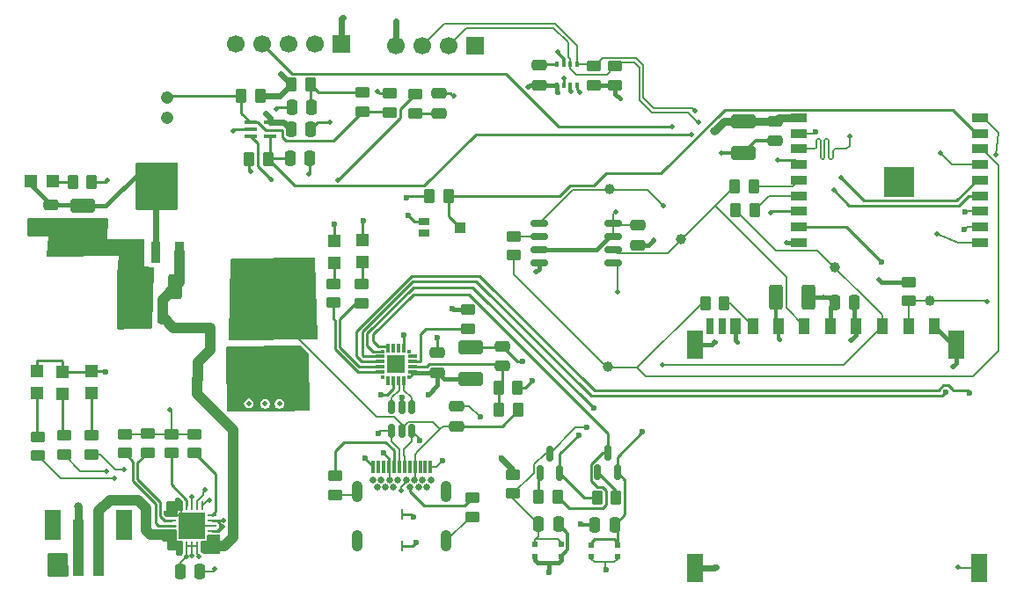
<source format=gbr>
%TF.GenerationSoftware,KiCad,Pcbnew,9.0.3*%
%TF.CreationDate,2025-09-14T19:53:38+05:30*%
%TF.ProjectId,ESP32 IOT,45535033-3220-4494-9f54-2e6b69636164,rev?*%
%TF.SameCoordinates,Original*%
%TF.FileFunction,Copper,L1,Top*%
%TF.FilePolarity,Positive*%
%FSLAX46Y46*%
G04 Gerber Fmt 4.6, Leading zero omitted, Abs format (unit mm)*
G04 Created by KiCad (PCBNEW 9.0.3) date 2025-09-14 19:53:38*
%MOMM*%
%LPD*%
G01*
G04 APERTURE LIST*
G04 Aperture macros list*
%AMRoundRect*
0 Rectangle with rounded corners*
0 $1 Rounding radius*
0 $2 $3 $4 $5 $6 $7 $8 $9 X,Y pos of 4 corners*
0 Add a 4 corners polygon primitive as box body*
4,1,4,$2,$3,$4,$5,$6,$7,$8,$9,$2,$3,0*
0 Add four circle primitives for the rounded corners*
1,1,$1+$1,$2,$3*
1,1,$1+$1,$4,$5*
1,1,$1+$1,$6,$7*
1,1,$1+$1,$8,$9*
0 Add four rect primitives between the rounded corners*
20,1,$1+$1,$2,$3,$4,$5,0*
20,1,$1+$1,$4,$5,$6,$7,0*
20,1,$1+$1,$6,$7,$8,$9,0*
20,1,$1+$1,$8,$9,$2,$3,0*%
G04 Aperture macros list end*
%TA.AperFunction,SMDPad,CuDef*%
%ADD10RoundRect,0.250000X-0.450000X0.262500X-0.450000X-0.262500X0.450000X-0.262500X0.450000X0.262500X0*%
%TD*%
%TA.AperFunction,SMDPad,CuDef*%
%ADD11RoundRect,0.250000X0.475000X-0.250000X0.475000X0.250000X-0.475000X0.250000X-0.475000X-0.250000X0*%
%TD*%
%TA.AperFunction,SMDPad,CuDef*%
%ADD12R,0.350000X0.500000*%
%TD*%
%TA.AperFunction,SMDPad,CuDef*%
%ADD13RoundRect,0.250000X0.420000X0.945000X-0.420000X0.945000X-0.420000X-0.945000X0.420000X-0.945000X0*%
%TD*%
%TA.AperFunction,SMDPad,CuDef*%
%ADD14R,1.500000X0.900000*%
%TD*%
%TA.AperFunction,HeatsinkPad*%
%ADD15C,0.600000*%
%TD*%
%TA.AperFunction,HeatsinkPad*%
%ADD16R,2.900000X2.900000*%
%TD*%
%TA.AperFunction,SMDPad,CuDef*%
%ADD17R,0.550000X0.570000*%
%TD*%
%TA.AperFunction,SMDPad,CuDef*%
%ADD18R,0.950000X2.150000*%
%TD*%
%TA.AperFunction,SMDPad,CuDef*%
%ADD19R,3.250000X2.150000*%
%TD*%
%TA.AperFunction,SMDPad,CuDef*%
%ADD20RoundRect,0.250000X-0.262500X-0.450000X0.262500X-0.450000X0.262500X0.450000X-0.262500X0.450000X0*%
%TD*%
%TA.AperFunction,SMDPad,CuDef*%
%ADD21R,1.000000X1.500000*%
%TD*%
%TA.AperFunction,SMDPad,CuDef*%
%ADD22R,0.700000X1.500000*%
%TD*%
%TA.AperFunction,SMDPad,CuDef*%
%ADD23R,1.500000X2.800000*%
%TD*%
%TA.AperFunction,SMDPad,CuDef*%
%ADD24RoundRect,0.100000X-0.495000X-0.100000X0.495000X-0.100000X0.495000X0.100000X-0.495000X0.100000X0*%
%TD*%
%TA.AperFunction,SMDPad,CuDef*%
%ADD25RoundRect,0.250000X0.250000X0.475000X-0.250000X0.475000X-0.250000X-0.475000X0.250000X-0.475000X0*%
%TD*%
%TA.AperFunction,SMDPad,CuDef*%
%ADD26C,1.000000*%
%TD*%
%TA.AperFunction,SMDPad,CuDef*%
%ADD27RoundRect,0.250000X0.262500X0.450000X-0.262500X0.450000X-0.262500X-0.450000X0.262500X-0.450000X0*%
%TD*%
%TA.AperFunction,SMDPad,CuDef*%
%ADD28R,1.200000X1.200000*%
%TD*%
%TA.AperFunction,SMDPad,CuDef*%
%ADD29RoundRect,0.250000X0.450000X-0.262500X0.450000X0.262500X-0.450000X0.262500X-0.450000X-0.262500X0*%
%TD*%
%TA.AperFunction,SMDPad,CuDef*%
%ADD30RoundRect,0.162500X-0.650000X-0.162500X0.650000X-0.162500X0.650000X0.162500X-0.650000X0.162500X0*%
%TD*%
%TA.AperFunction,SMDPad,CuDef*%
%ADD31R,1.100000X0.800000*%
%TD*%
%TA.AperFunction,SMDPad,CuDef*%
%ADD32R,1.100000X1.000000*%
%TD*%
%TA.AperFunction,SMDPad,CuDef*%
%ADD33RoundRect,0.250000X-0.475000X0.250000X-0.475000X-0.250000X0.475000X-0.250000X0.475000X0.250000X0*%
%TD*%
%TA.AperFunction,SMDPad,CuDef*%
%ADD34RoundRect,0.150000X0.150000X-0.587500X0.150000X0.587500X-0.150000X0.587500X-0.150000X-0.587500X0*%
%TD*%
%TA.AperFunction,SMDPad,CuDef*%
%ADD35RoundRect,0.062500X0.350000X0.062500X-0.350000X0.062500X-0.350000X-0.062500X0.350000X-0.062500X0*%
%TD*%
%TA.AperFunction,SMDPad,CuDef*%
%ADD36RoundRect,0.062500X0.062500X0.350000X-0.062500X0.350000X-0.062500X-0.350000X0.062500X-0.350000X0*%
%TD*%
%TA.AperFunction,HeatsinkPad*%
%ADD37R,2.500000X2.500000*%
%TD*%
%TA.AperFunction,SMDPad,CuDef*%
%ADD38RoundRect,0.250000X-0.945000X0.420000X-0.945000X-0.420000X0.945000X-0.420000X0.945000X0.420000X0*%
%TD*%
%TA.AperFunction,SMDPad,CuDef*%
%ADD39RoundRect,0.250000X-0.250000X-0.475000X0.250000X-0.475000X0.250000X0.475000X-0.250000X0.475000X0*%
%TD*%
%TA.AperFunction,SMDPad,CuDef*%
%ADD40R,1.000000X5.500000*%
%TD*%
%TA.AperFunction,SMDPad,CuDef*%
%ADD41R,1.600000X3.000000*%
%TD*%
%TA.AperFunction,SMDPad,CuDef*%
%ADD42R,0.300000X0.300000*%
%TD*%
%TA.AperFunction,SMDPad,CuDef*%
%ADD43R,0.300000X0.900000*%
%TD*%
%TA.AperFunction,SMDPad,CuDef*%
%ADD44R,0.900000X0.300000*%
%TD*%
%TA.AperFunction,ComponentPad*%
%ADD45C,0.600000*%
%TD*%
%TA.AperFunction,SMDPad,CuDef*%
%ADD46R,1.800000X1.800000*%
%TD*%
%TA.AperFunction,ComponentPad*%
%ADD47C,2.400000*%
%TD*%
%TA.AperFunction,ComponentPad*%
%ADD48R,1.700000X1.700000*%
%TD*%
%TA.AperFunction,ComponentPad*%
%ADD49C,1.700000*%
%TD*%
%TA.AperFunction,SMDPad,CuDef*%
%ADD50RoundRect,0.150000X-0.150000X0.512500X-0.150000X-0.512500X0.150000X-0.512500X0.150000X0.512500X0*%
%TD*%
%TA.AperFunction,SMDPad,CuDef*%
%ADD51R,0.300000X1.200000*%
%TD*%
%TA.AperFunction,ComponentPad*%
%ADD52C,0.650000*%
%TD*%
%TA.AperFunction,SMDPad,CuDef*%
%ADD53R,0.200000X1.000000*%
%TD*%
%TA.AperFunction,ComponentPad*%
%ADD54O,1.050000X2.100000*%
%TD*%
%TA.AperFunction,ComponentPad*%
%ADD55C,1.208000*%
%TD*%
%TA.AperFunction,ViaPad*%
%ADD56C,0.600000*%
%TD*%
%TA.AperFunction,ViaPad*%
%ADD57C,0.500000*%
%TD*%
%TA.AperFunction,ViaPad*%
%ADD58C,0.800000*%
%TD*%
%TA.AperFunction,Conductor*%
%ADD59C,0.200000*%
%TD*%
%TA.AperFunction,Conductor*%
%ADD60C,0.254000*%
%TD*%
%TA.AperFunction,Conductor*%
%ADD61C,0.600000*%
%TD*%
%TA.AperFunction,Conductor*%
%ADD62C,0.400000*%
%TD*%
%TA.AperFunction,Conductor*%
%ADD63C,0.300000*%
%TD*%
%TA.AperFunction,Conductor*%
%ADD64C,0.800000*%
%TD*%
%TA.AperFunction,Conductor*%
%ADD65C,1.000000*%
%TD*%
G04 APERTURE END LIST*
D10*
%TO.P,R4,1*%
%TO.N,Net-(J1-CC1)*%
X153974800Y-108153200D03*
%TO.P,R4,2*%
%TO.N,GND*%
X153974800Y-109978200D03*
%TD*%
D11*
%TO.P,C15,1*%
%TO.N,+3.3V*%
X173634400Y-70530800D03*
%TO.P,C15,2*%
%TO.N,Net-(C15-Pad2)*%
X173634400Y-68630800D03*
%TD*%
D12*
%TO.P,U2,1,GND*%
%TO.N,Net-(C15-Pad2)*%
X175291200Y-68511200D03*
%TO.P,U2,2,CSB*%
%TO.N,+3.3V*%
X175941200Y-68511200D03*
%TO.P,U2,3,SDI*%
%TO.N,/ESP32-C3-02/SDA*%
X176591200Y-68511200D03*
%TO.P,U2,4,SCK*%
%TO.N,/ESP32-C3-02/SCL*%
X177241200Y-68511200D03*
%TO.P,U2,5,SDO*%
%TO.N,GND*%
X177241200Y-70561200D03*
%TO.P,U2,6,VDDIO*%
%TO.N,+3.3V*%
X176591200Y-70561200D03*
%TO.P,U2,7,GND*%
%TO.N,GND*%
X175941200Y-70561200D03*
%TO.P,U2,8,VDD*%
%TO.N,+3.3V*%
X175291200Y-70561200D03*
%TD*%
D13*
%TO.P,C12,1*%
%TO.N,+3.3V*%
X199472800Y-90932000D03*
%TO.P,C12,2*%
%TO.N,GND*%
X196392800Y-90932000D03*
%TD*%
D10*
%TO.P,R14,1*%
%TO.N,Net-(D5-Pad-)*%
X153822400Y-89665800D03*
%TO.P,R14,2*%
%TO.N,Net-(U8-~{TXT}{slash}GPIO.2)*%
X153822400Y-91490800D03*
%TD*%
%TO.P,R32,1*%
%TO.N,+3.3V*%
X171070900Y-108051600D03*
%TO.P,R32,2*%
%TO.N,/ESP32-C3-02/EN*%
X171070900Y-109876600D03*
%TD*%
%TO.P,R7,1*%
%TO.N,Net-(D3-Pad-)*%
X127863600Y-104290500D03*
%TO.P,R7,2*%
%TO.N,/CHARGING_POWER_GOOD*%
X127863600Y-106115500D03*
%TD*%
D14*
%TO.P,U3,1,3V3*%
%TO.N,+3.3V*%
X198544600Y-73691800D03*
%TO.P,U3,2,EN*%
%TO.N,/ESP32-C3-02/EN*%
X198544600Y-75191800D03*
%TO.P,U3,3,IO4*%
%TO.N,/ESP32-C3-02/SDA*%
X198544600Y-76691800D03*
%TO.P,U3,4,IO5*%
%TO.N,/ESP32-C3-02/MIC_OUT*%
X198544600Y-78191800D03*
%TO.P,U3,5,IO6*%
%TO.N,Net-(U3-IO6)*%
X198544600Y-79691800D03*
%TO.P,U3,6,IO7*%
%TO.N,Net-(U3-IO7)*%
X198544600Y-81191800D03*
%TO.P,U3,7,IO8*%
%TO.N,/ESP32-C3-02/GPIO8*%
X198544600Y-82691800D03*
%TO.P,U3,8,IO9*%
%TO.N,/ESP32-C3-02/BOOT*%
X198544600Y-84191800D03*
%TO.P,U3,9,GND*%
%TO.N,GND*%
X198544600Y-85691800D03*
%TO.P,U3,10,IO10*%
%TO.N,/ESP32-C3-02/CS*%
X216044600Y-85691800D03*
%TO.P,U3,11,IO20/RXD*%
%TO.N,/ESP32-C3-02/RX_TX*%
X216044600Y-84191800D03*
%TO.P,U3,12,IO21/TXD*%
%TO.N,/ESP32-C3-02/TX_RX*%
X216044600Y-82691800D03*
%TO.P,U3,13,IO18*%
%TO.N,/ESP32-C3-02/GPIO18*%
X216044600Y-81191800D03*
%TO.P,U3,14,IO19*%
%TO.N,/ESP32-C3-02/GPIO19*%
X216044600Y-79691800D03*
%TO.P,U3,15,IO3*%
%TO.N,/ESP32-C3-02/SCL*%
X216044600Y-78191800D03*
%TO.P,U3,16,IO2*%
%TO.N,/ESP32-C3-02/MISO_DO*%
X216044600Y-76691800D03*
%TO.P,U3,17,IO1*%
%TO.N,/ESP32-C3-02/PHOTO_C*%
X216044600Y-75191800D03*
%TO.P,U3,18,IO0*%
%TO.N,/ESP32-C3-02/CD_SD*%
X216044600Y-73691800D03*
D15*
%TO.P,U3,19,GND*%
%TO.N,GND*%
X207154600Y-79341800D03*
X207154600Y-80441800D03*
X207704600Y-78791800D03*
X207704600Y-79891800D03*
X207704600Y-80991800D03*
X208254600Y-79341800D03*
D16*
X208254600Y-79891800D03*
D15*
X208254600Y-80441800D03*
X208804600Y-78791800D03*
X208804600Y-79891800D03*
X208804600Y-80991800D03*
X209354600Y-79341800D03*
X209354600Y-80441800D03*
%TD*%
D17*
%TO.P,S2,1*%
%TO.N,GND*%
X175716000Y-115917200D03*
%TO.P,S2,2*%
X173166000Y-115917200D03*
%TO.P,S2,3*%
%TO.N,/ESP32-C3-02/EN*%
X175716000Y-114757200D03*
%TO.P,S2,4*%
X173166000Y-114757200D03*
%TD*%
D18*
%TO.P,VR1,1,GND*%
%TO.N,GND*%
X134402800Y-86641900D03*
%TO.P,VR1,2,VOUT_2*%
%TO.N,+3.3V*%
X136702800Y-86641900D03*
%TO.P,VR1,3,VIN*%
%TO.N,/+5V*%
X139002800Y-86641900D03*
D19*
%TO.P,VR1,4,VOUT_4*%
%TO.N,+3.3V*%
X136702800Y-80841900D03*
%TD*%
D10*
%TO.P,R22,1*%
%TO.N,Net-(U6-DO{slash}IO_{1})*%
X171135000Y-85119200D03*
%TO.P,R22,2*%
%TO.N,/ESP32-C3-02/MISO_DO*%
X171135000Y-86944200D03*
%TD*%
D20*
%TO.P,R17,1*%
%TO.N,/ESP32-C3-02/MOSI_DI*%
X192485000Y-82550000D03*
%TO.P,R17,2*%
%TO.N,Net-(U3-IO7)*%
X194310000Y-82550000D03*
%TD*%
D21*
%TO.P,J3,1,CD/DAT3*%
%TO.N,/ESP32-C3-02/CD_SD*%
X209120000Y-93768600D03*
%TO.P,J3,2,CMD*%
%TO.N,/ESP32-C3-02/MOSI_DI*%
X206620000Y-93768600D03*
%TO.P,J3,3,VSS1*%
%TO.N,GND*%
X204120000Y-93768600D03*
%TO.P,J3,4,VDD1*%
%TO.N,+3.3V*%
X201620000Y-93768600D03*
%TO.P,J3,5,CLK*%
%TO.N,/ESP32-C3-02/SCLK*%
X199120000Y-93768600D03*
%TO.P,J3,6,VSS2*%
%TO.N,GND*%
X196620000Y-93768600D03*
%TO.P,J3,7,DAT0*%
%TO.N,Net-(J3-DAT0)*%
X194195000Y-93768600D03*
%TO.P,J3,8,DAT1*%
%TO.N,GND*%
X192495000Y-93768600D03*
%TO.P,J3,9,DAT2*%
X211620000Y-93768600D03*
D22*
%TO.P,J3,CD_IND,CD_IND*%
%TO.N,unconnected-(J3-PadCD_IND)*%
X191195000Y-93768600D03*
D23*
%TO.P,J3,G1,SHIELD_GND*%
%TO.N,GND*%
X188595000Y-95568600D03*
%TO.P,J3,G2,SHIELD_GND*%
X213695000Y-95568600D03*
%TO.P,J3,G3,SHIELD_GND*%
X215895000Y-117068600D03*
%TO.P,J3,G4,SHIELD_GND*%
X188595000Y-117068600D03*
D22*
%TO.P,J3,WP,WP*%
%TO.N,unconnected-(J3-PadWP)*%
X189995000Y-93768600D03*
%TD*%
D20*
%TO.P,R10,1*%
%TO.N,/PWD_LED*%
X128701800Y-79855700D03*
%TO.P,R10,2*%
%TO.N,GND*%
X130526800Y-79855700D03*
%TD*%
D24*
%TO.P,U7,1,IN+*%
%TO.N,Net-(U7-IN+)*%
X145796000Y-74131400D03*
%TO.P,U7,2,GND*%
%TO.N,GND*%
X145796000Y-74781400D03*
%TO.P,U7,3,IN-*%
%TO.N,Net-(U7-IN-)*%
X145796000Y-75431400D03*
%TO.P,U7,4,OUT*%
%TO.N,/ESP32-C3-02/MIC_OUT*%
X147716000Y-75431400D03*
%TO.P,U7,5,VCC*%
%TO.N,+3.3V*%
X147716000Y-74131400D03*
%TD*%
D25*
%TO.P,C2,1*%
%TO.N,/+5V*%
X137348000Y-92860500D03*
%TO.P,C2,2*%
%TO.N,GND*%
X135448000Y-92860500D03*
%TD*%
D26*
%TO.P,TP5,1,1*%
%TO.N,/ESP32-C3-02/CS*%
X180390800Y-80568800D03*
%TD*%
D20*
%TO.P,R15,1*%
%TO.N,/ESP32-C3-02/SCLK*%
X192434200Y-80264000D03*
%TO.P,R15,2*%
%TO.N,Net-(U3-IO6)*%
X194259200Y-80264000D03*
%TD*%
D27*
%TO.P,R26,1*%
%TO.N,Net-(C16-Pad2)*%
X151566800Y-70463400D03*
%TO.P,R26,2*%
%TO.N,+3.3V*%
X149741800Y-70463400D03*
%TD*%
D28*
%TO.P,D6,+*%
%TO.N,+3.3V*%
X156616400Y-85479200D03*
%TO.P,D6,-*%
%TO.N,Net-(D6-Pad-)*%
X156616400Y-87579200D03*
%TD*%
D10*
%TO.P,R29,1*%
%TO.N,GND*%
X159186800Y-71328900D03*
%TO.P,R29,2*%
%TO.N,Net-(U7-IN+)*%
X159186800Y-73153900D03*
%TD*%
D20*
%TO.P,R31,1*%
%TO.N,GND*%
X145698200Y-77673200D03*
%TO.P,R31,2*%
%TO.N,/ESP32-C3-02/MIC_OUT*%
X147523200Y-77673200D03*
%TD*%
D29*
%TO.P,R1,1*%
%TO.N,Net-(U1-~{TE})*%
X138176000Y-105965000D03*
%TO.P,R1,2*%
%TO.N,GND*%
X138176000Y-104140000D03*
%TD*%
D25*
%TO.P,C20,1*%
%TO.N,GND*%
X151506000Y-77622400D03*
%TO.P,C20,2*%
%TO.N,/ESP32-C3-02/MIC_OUT*%
X149606000Y-77622400D03*
%TD*%
D30*
%TO.P,U6,1,~{CS}*%
%TO.N,/ESP32-C3-02/CS*%
X173577500Y-83820000D03*
%TO.P,U6,2,DO/IO_{1}*%
%TO.N,Net-(U6-DO{slash}IO_{1})*%
X173577500Y-85090000D03*
%TO.P,U6,3,~{WP}/IO_{2}*%
%TO.N,+3.3V*%
X173577500Y-86360000D03*
%TO.P,U6,4,GND*%
%TO.N,GND*%
X173577500Y-87630000D03*
%TO.P,U6,5,DI/IO_{0}*%
%TO.N,/ESP32-C3-02/MOSI_DI*%
X180752500Y-87630000D03*
%TO.P,U6,6,CLK*%
%TO.N,/ESP32-C3-02/SCLK*%
X180752500Y-86360000D03*
%TO.P,U6,7,~{HOLD}/~{RESET}/IO_{3}*%
%TO.N,+3.3V*%
X180752500Y-85090000D03*
%TO.P,U6,8,VCC*%
X180752500Y-83820000D03*
%TD*%
D31*
%TO.P,Q1,1*%
%TO.N,GND*%
X162486600Y-83727200D03*
%TO.P,Q1,2*%
%TO.N,N/C*%
X162486600Y-84827200D03*
D32*
%TO.P,Q1,3*%
%TO.N,/ESP32-C3-02/PHOTO_C*%
X165996600Y-84277200D03*
%TD*%
D33*
%TO.P,C10,1*%
%TO.N,GND*%
X163779200Y-96316000D03*
%TO.P,C10,2*%
%TO.N,+3.3V*%
X163779200Y-98216000D03*
%TD*%
D34*
%TO.P,Q3,1,B*%
%TO.N,Net-(Q3-B)*%
X179224300Y-107846100D03*
%TO.P,Q3,2,E*%
%TO.N,/ESP32-C3-02/BOOT*%
X181124300Y-107846100D03*
%TO.P,Q3,3,C*%
%TO.N,/ESP32-C3-02/DTR*%
X180174300Y-105971100D03*
%TD*%
D27*
%TO.P,R16,1*%
%TO.N,Net-(J3-DAT0)*%
X191414400Y-91541600D03*
%TO.P,R16,2*%
%TO.N,/ESP32-C3-02/MISO_DO*%
X189589400Y-91541600D03*
%TD*%
D35*
%TO.P,U1,1,OUT*%
%TO.N,/+5V*%
X142086700Y-113987300D03*
%TO.P,U1,2,VPCC*%
%TO.N,/+5V_USB*%
X142086700Y-113487300D03*
%TO.P,U1,3,SEL*%
%TO.N,GND*%
X142086700Y-112987300D03*
%TO.P,U1,4,PROG2*%
%TO.N,/+5V_USB*%
X142086700Y-112487300D03*
%TO.P,U1,5,THERM*%
%TO.N,Net-(U1-THERM)*%
X142086700Y-111987300D03*
D36*
%TO.P,U1,6,~{PG}*%
%TO.N,/CHARGING*%
X141149200Y-111049800D03*
%TO.P,U1,7,STAT2*%
%TO.N,/CHARGING_POWER_GOOD*%
X140649200Y-111049800D03*
%TO.P,U1,8,STAT1/~{LBO}*%
%TO.N,/CHARGED*%
X140149200Y-111049800D03*
%TO.P,U1,9,~{TE}*%
%TO.N,Net-(U1-~{TE})*%
X139649200Y-111049800D03*
%TO.P,U1,10,V_{SS}*%
%TO.N,GND*%
X139149200Y-111049800D03*
D35*
%TO.P,U1,11,V_{SS}*%
X138211700Y-111987300D03*
%TO.P,U1,12,PROG3*%
%TO.N,Net-(U1-PROG3)*%
X138211700Y-112487300D03*
%TO.P,U1,13,PROG1*%
%TO.N,Net-(U1-PROG1)*%
X138211700Y-112987300D03*
%TO.P,U1,14,V_{BAT}*%
%TO.N,/VBAT*%
X138211700Y-113487300D03*
%TO.P,U1,15,V_{BAT}*%
X138211700Y-113987300D03*
D36*
%TO.P,U1,16,V_{BAT_SENSE}*%
X139149200Y-114924800D03*
%TO.P,U1,17,CE*%
%TO.N,/+5V_USB*%
X139649200Y-114924800D03*
%TO.P,U1,18,IN*%
X140149200Y-114924800D03*
%TO.P,U1,19,IN*%
X140649200Y-114924800D03*
%TO.P,U1,20,OUT*%
%TO.N,/+5V*%
X141149200Y-114924800D03*
D37*
%TO.P,U1,21,V_{SS}*%
%TO.N,GND*%
X140149200Y-112987300D03*
%TD*%
D33*
%TO.P,C14,1*%
%TO.N,+3.3V*%
X183073000Y-84063800D03*
%TO.P,C14,2*%
%TO.N,GND*%
X183073000Y-85963800D03*
%TD*%
D29*
%TO.P,R30,1*%
%TO.N,Net-(C19-Pad2)*%
X161625200Y-73253600D03*
%TO.P,R30,2*%
%TO.N,Net-(U7-IN-)*%
X161625200Y-71428600D03*
%TD*%
D38*
%TO.P,C7,1*%
%TO.N,+3.3V*%
X193217800Y-74034400D03*
%TO.P,C7,2*%
%TO.N,GND*%
X193217800Y-77114400D03*
%TD*%
D28*
%TO.P,D5,+*%
%TO.N,+3.3V*%
X153873200Y-85530000D03*
%TO.P,D5,-*%
%TO.N,Net-(D5-Pad-)*%
X153873200Y-87630000D03*
%TD*%
D10*
%TO.P,R6,1*%
%TO.N,GND*%
X135915400Y-104110800D03*
%TO.P,R6,2*%
%TO.N,Net-(U1-PROG3)*%
X135915400Y-105935800D03*
%TD*%
D11*
%TO.P,C1,1*%
%TO.N,/VBUS*%
X165658800Y-103378000D03*
%TO.P,C1,2*%
%TO.N,GND*%
X165658800Y-101478000D03*
%TD*%
D39*
%TO.P,C13,1*%
%TO.N,+3.3V*%
X202011200Y-91490800D03*
%TO.P,C13,2*%
%TO.N,GND*%
X203911200Y-91490800D03*
%TD*%
D20*
%TO.P,R27,1*%
%TO.N,Net-(U7-IN+)*%
X144912000Y-71581000D03*
%TO.P,R27,2*%
%TO.N,+3.3V*%
X146737000Y-71581000D03*
%TD*%
D10*
%TO.P,R11,1*%
%TO.N,+3.3V*%
X166725600Y-92153100D03*
%TO.P,R11,2*%
%TO.N,Net-(U8-~{RST})*%
X166725600Y-93978100D03*
%TD*%
D29*
%TO.P,R2,1*%
%TO.N,Net-(U1-THERM)*%
X140411200Y-105965000D03*
%TO.P,R2,2*%
%TO.N,GND*%
X140411200Y-104140000D03*
%TD*%
%TO.P,R19,1*%
%TO.N,/ESP32-C3-02/CD_SD*%
X209143600Y-91338400D03*
%TO.P,R19,2*%
%TO.N,+3.3V*%
X209143600Y-89513400D03*
%TD*%
D28*
%TO.P,D4,+*%
%TO.N,+3.3V*%
X124646000Y-79804900D03*
%TO.P,D4,-*%
%TO.N,/PWD_LED*%
X126746000Y-79804900D03*
%TD*%
%TO.P,D2,+*%
%TO.N,/+5V_USB*%
X125274700Y-98105900D03*
%TO.P,D2,-*%
%TO.N,Net-(D2-Pad-)*%
X125274700Y-100205900D03*
%TD*%
D20*
%TO.P,R34,1*%
%TO.N,/ESP32-C3-02/RTS*%
X179173500Y-110261400D03*
%TO.P,R34,2*%
%TO.N,Net-(Q3-B)*%
X180998500Y-110261400D03*
%TD*%
D40*
%TO.P,J2,1,1*%
%TO.N,GND*%
X129204000Y-115125700D03*
%TO.P,J2,2,2*%
%TO.N,/VBAT*%
X131204000Y-115125700D03*
D41*
%TO.P,J2,S1*%
%TO.N,N/C*%
X126804000Y-112875700D03*
%TO.P,J2,S2*%
X133604000Y-112875700D03*
%TD*%
D10*
%TO.P,R9,1*%
%TO.N,Net-(D1-Pad-)*%
X130505200Y-104286700D03*
%TO.P,R9,2*%
%TO.N,/CHARGING*%
X130505200Y-106111700D03*
%TD*%
D34*
%TO.P,Q2,1,B*%
%TO.N,Net-(Q2-B)*%
X173666700Y-107873800D03*
%TO.P,Q2,2,E*%
%TO.N,/ESP32-C3-02/RTS*%
X175566700Y-107873800D03*
%TO.P,Q2,3,C*%
%TO.N,/ESP32-C3-02/EN*%
X174616700Y-105998800D03*
%TD*%
D25*
%TO.P,C21,1*%
%TO.N,/ESP32-C3-02/BOOT*%
X180875300Y-112869200D03*
%TO.P,C21,2*%
%TO.N,GND*%
X178975300Y-112869200D03*
%TD*%
D42*
%TO.P,U8,1,RS485/GPIO.1*%
%TO.N,unconnected-(U8-RS485{slash}GPIO.1-Pad1)*%
X158566800Y-98677200D03*
D43*
%TO.P,U8,2,CLK/GPIO.0*%
%TO.N,unconnected-(U8-CLK{slash}GPIO.0-Pad2)*%
X159066800Y-98977200D03*
%TO.P,U8,3,GND*%
%TO.N,GND*%
X159566800Y-98977200D03*
%TO.P,U8,4,D+*%
%TO.N,/ESP32-C3-02/USB_D+*%
X160066800Y-98977200D03*
%TO.P,U8,5,D-*%
%TO.N,/ESP32-C3-02/USB_D-*%
X160566800Y-98977200D03*
D42*
%TO.P,U8,6,VDD*%
%TO.N,+3.3V*%
X161066800Y-98677200D03*
D44*
%TO.P,U8,7,VREGIN*%
X161366800Y-98177200D03*
%TO.P,U8,8,VBUS*%
%TO.N,Net-(U8-VBUS)*%
X161366800Y-97677200D03*
%TO.P,U8,9,~{RST}*%
%TO.N,Net-(U8-~{RST})*%
X161366800Y-97177200D03*
%TO.P,U8,10,NC*%
%TO.N,unconnected-(U8-NC-Pad10)*%
X161366800Y-96677200D03*
D42*
%TO.P,U8,11,~{SUSPEND}*%
%TO.N,unconnected-(U8-~{SUSPEND}-Pad11)*%
X161066800Y-96177200D03*
D43*
%TO.P,U8,12,GND*%
%TO.N,GND*%
X160566800Y-95877200D03*
%TO.P,U8,13,~{WAKEUP}*%
%TO.N,unconnected-(U8-~{WAKEUP}-Pad13)*%
X160066800Y-95877200D03*
%TO.P,U8,14,SUSPEND*%
%TO.N,unconnected-(U8-SUSPEND-Pad14)*%
X159566800Y-95877200D03*
%TO.P,U8,15,~{CTS}*%
%TO.N,/ESP32-C3-02/DTR*%
X159066800Y-95877200D03*
D42*
%TO.P,U8,16,~{RTS}*%
%TO.N,/ESP32-C3-02/RTS*%
X158566800Y-96177200D03*
D44*
%TO.P,U8,17,RXD*%
%TO.N,/ESP32-C3-02/RX_TX*%
X158266800Y-96677200D03*
%TO.P,U8,18,TXD*%
%TO.N,/ESP32-C3-02/TX_RX*%
X158266800Y-97177200D03*
%TO.P,U8,19,~{RXT}/GPIO.3*%
%TO.N,Net-(U8-~{RXT}{slash}GPIO.3)*%
X158266800Y-97677200D03*
%TO.P,U8,20,~{TXT}/GPIO.2*%
%TO.N,Net-(U8-~{TXT}{slash}GPIO.2)*%
X158266800Y-98177200D03*
D45*
%TO.P,U8,21,GND*%
%TO.N,GND*%
X159816800Y-97877200D03*
X159366800Y-97427200D03*
X159816800Y-97427200D03*
D46*
X159816800Y-97427200D03*
D45*
X160266800Y-97427200D03*
X159816800Y-96977200D03*
%TD*%
D39*
%TO.P,C22,1*%
%TO.N,/ESP32-C3-02/EN*%
X173539700Y-112826800D03*
%TO.P,C22,2*%
%TO.N,GND*%
X175439700Y-112826800D03*
%TD*%
D38*
%TO.P,C4,1*%
%TO.N,+3.3V*%
X129692400Y-82192500D03*
%TO.P,C4,2*%
%TO.N,GND*%
X129692400Y-85272500D03*
%TD*%
D33*
%TO.P,C8,1*%
%TO.N,+3.3V*%
X196316600Y-73995200D03*
%TO.P,C8,2*%
%TO.N,GND*%
X196316600Y-75895200D03*
%TD*%
D38*
%TO.P,C9,1*%
%TO.N,GND*%
X166979600Y-95792800D03*
%TO.P,C9,2*%
%TO.N,+3.3V*%
X166979600Y-98872800D03*
%TD*%
D10*
%TO.P,R24,1*%
%TO.N,/ESP32-C3-02/SCL*%
X178866800Y-68736200D03*
%TO.P,R24,2*%
%TO.N,+3.3V*%
X178866800Y-70561200D03*
%TD*%
D33*
%TO.P,C5,1*%
%TO.N,+3.3V*%
X126619000Y-82116300D03*
%TO.P,C5,2*%
%TO.N,GND*%
X126619000Y-84016300D03*
%TD*%
D26*
%TO.P,TP2,1,1*%
%TO.N,/ESP32-C3-02/MISO_DO*%
X180238400Y-97637600D03*
%TD*%
D10*
%TO.P,R3,1*%
%TO.N,Net-(J1-CC2)*%
X167182800Y-110288700D03*
%TO.P,R3,2*%
%TO.N,GND*%
X167182800Y-112113700D03*
%TD*%
D47*
%TO.P,F1,1*%
%TO.N,/+5V_USB*%
X147828000Y-97383600D03*
%TO.P,F1,2*%
%TO.N,/VBUS*%
X147828000Y-92383600D03*
%TD*%
D27*
%TO.P,R12,1*%
%TO.N,/VBUS*%
X171549700Y-101838000D03*
%TO.P,R12,2*%
%TO.N,Net-(U8-VBUS)*%
X169724700Y-101838000D03*
%TD*%
D20*
%TO.P,R13,1*%
%TO.N,Net-(U8-VBUS)*%
X169695500Y-99704400D03*
%TO.P,R13,2*%
%TO.N,GND*%
X171520500Y-99704400D03*
%TD*%
D26*
%TO.P,TP3,1,1*%
%TO.N,/ESP32-C3-02/SCLK*%
X187248800Y-85344000D03*
%TD*%
D39*
%TO.P,C6,1*%
%TO.N,/+5V_USB*%
X139056800Y-117346100D03*
%TO.P,C6,2*%
%TO.N,GND*%
X140956800Y-117346100D03*
%TD*%
D17*
%TO.P,S1,1*%
%TO.N,GND*%
X181129300Y-115968000D03*
%TO.P,S1,2*%
X178579300Y-115968000D03*
%TO.P,S1,3*%
%TO.N,/ESP32-C3-02/BOOT*%
X181129300Y-114808000D03*
%TO.P,S1,4*%
X178579300Y-114808000D03*
%TD*%
D48*
%TO.P,J5,1,Pin_1*%
%TO.N,+3.3V*%
X154584400Y-66598800D03*
D49*
%TO.P,J5,2,Pin_2*%
%TO.N,/ESP32-C3-02/GPIO8*%
X152044400Y-66598800D03*
%TO.P,J5,3,Pin_3*%
%TO.N,/ESP32-C3-02/GPIO18*%
X149504400Y-66598800D03*
%TO.P,J5,4,Pin_4*%
%TO.N,/ESP32-C3-02/GPIO19*%
X146964400Y-66598800D03*
%TO.P,J5,5,Pin_5*%
%TO.N,GND*%
X144424400Y-66598800D03*
%TD*%
D10*
%TO.P,R25,1*%
%TO.N,/ESP32-C3-02/SDA*%
X180898800Y-68736200D03*
%TO.P,R25,2*%
%TO.N,+3.3V*%
X180898800Y-70561200D03*
%TD*%
D29*
%TO.P,R28,1*%
%TO.N,Net-(U7-IN+)*%
X156596000Y-73101200D03*
%TO.P,R28,2*%
%TO.N,Net-(C16-Pad2)*%
X156596000Y-71276200D03*
%TD*%
D48*
%TO.P,J4,1,Pin_1*%
%TO.N,+3.3V*%
X167386000Y-66751200D03*
D49*
%TO.P,J4,2,Pin_2*%
%TO.N,/ESP32-C3-02/SDA*%
X164846000Y-66751200D03*
%TO.P,J4,3,Pin_3*%
%TO.N,/ESP32-C3-02/SCL*%
X162306000Y-66751200D03*
%TO.P,J4,4,Pin_4*%
%TO.N,GND*%
X159766000Y-66751200D03*
%TD*%
D27*
%TO.P,R33,1*%
%TO.N,/ESP32-C3-02/DTR*%
X175359700Y-110210600D03*
%TO.P,R33,2*%
%TO.N,Net-(Q2-B)*%
X173534700Y-110210600D03*
%TD*%
D33*
%TO.P,C19,1*%
%TO.N,GND*%
X163962000Y-71353600D03*
%TO.P,C19,2*%
%TO.N,Net-(C19-Pad2)*%
X163962000Y-73253600D03*
%TD*%
D20*
%TO.P,R23,1*%
%TO.N,+3.3V*%
X163042600Y-81254600D03*
%TO.P,R23,2*%
%TO.N,/ESP32-C3-02/PHOTO_C*%
X164867600Y-81254600D03*
%TD*%
D28*
%TO.P,D1,+*%
%TO.N,/+5V_USB*%
X130507100Y-98089100D03*
%TO.P,D1,-*%
%TO.N,Net-(D1-Pad-)*%
X130507100Y-100189100D03*
%TD*%
D26*
%TO.P,TP1,1,1*%
%TO.N,/ESP32-C3-02/MOSI_DI*%
X202031600Y-88087200D03*
%TD*%
D10*
%TO.P,R18,1*%
%TO.N,Net-(D6-Pad-)*%
X156514800Y-89716600D03*
%TO.P,R18,2*%
%TO.N,Net-(U8-~{RXT}{slash}GPIO.3)*%
X156514800Y-91541600D03*
%TD*%
%TO.P,R5,1*%
%TO.N,GND*%
X133680200Y-104161600D03*
%TO.P,R5,2*%
%TO.N,Net-(U1-PROG1)*%
X133680200Y-105986600D03*
%TD*%
D13*
%TO.P,C3,1*%
%TO.N,/+5V*%
X138538200Y-89990300D03*
%TO.P,C3,2*%
%TO.N,GND*%
X135458200Y-89990300D03*
%TD*%
D39*
%TO.P,C16,1*%
%TO.N,GND*%
X149768400Y-72698600D03*
%TO.P,C16,2*%
%TO.N,Net-(C16-Pad2)*%
X151668400Y-72698600D03*
%TD*%
D50*
%TO.P,U5,1,I/O1*%
%TO.N,/ESP32-C3-02/USB_D-*%
X161305150Y-101590800D03*
%TO.P,U5,2,GND*%
%TO.N,GND*%
X160355150Y-101590800D03*
%TO.P,U5,3,I/O2*%
%TO.N,/ESP32-C3-02/USB_D+*%
X159405150Y-101590800D03*
%TO.P,U5,4,I/O2*%
%TO.N,/USB_DP*%
X159405150Y-103865800D03*
%TO.P,U5,5,VBUS*%
%TO.N,/VBUS*%
X160355150Y-103865800D03*
%TO.P,U5,6,I/O1*%
%TO.N,/USB_DN*%
X161305150Y-103865800D03*
%TD*%
D26*
%TO.P,TP4,1,1*%
%TO.N,/ESP32-C3-02/CD_SD*%
X211175600Y-91287600D03*
%TD*%
D11*
%TO.P,C11,1*%
%TO.N,Net-(U8-VBUS)*%
X170027600Y-97596200D03*
%TO.P,C11,2*%
%TO.N,GND*%
X170027600Y-95696200D03*
%TD*%
D28*
%TO.P,D3,+*%
%TO.N,/+5V_USB*%
X127713100Y-98139900D03*
%TO.P,D3,-*%
%TO.N,Net-(D3-Pad-)*%
X127713100Y-100239900D03*
%TD*%
D39*
%TO.P,C18,1*%
%TO.N,+3.3V*%
X149687200Y-74832200D03*
%TO.P,C18,2*%
%TO.N,GND*%
X151587200Y-74832200D03*
%TD*%
D51*
%TO.P,J1,A1,GNDA1*%
%TO.N,GND*%
X157629600Y-107289600D03*
%TO.P,J1,A2,SSTXP1*%
%TO.N,unconnected-(J1-SSTXP1-PadA2)*%
X158129600Y-107289600D03*
%TO.P,J1,A3,SSTXN1*%
%TO.N,unconnected-(J1-SSTXN1-PadA3)*%
X158629600Y-107289600D03*
%TO.P,J1,A4,VBUSA1*%
%TO.N,/VBUS*%
X159129600Y-107289600D03*
%TO.P,J1,A5,CC1*%
%TO.N,Net-(J1-CC1)*%
X159629600Y-107289600D03*
%TO.P,J1,A6,DP1*%
%TO.N,/USB_DP*%
X160129600Y-107289600D03*
%TO.P,J1,A7,DN1*%
%TO.N,/USB_DN*%
X160629600Y-107289600D03*
%TO.P,J1,A8,SBU1*%
%TO.N,unconnected-(J1-SBU1-PadA8)*%
X161129600Y-107289600D03*
%TO.P,J1,A9,VBUSA2*%
%TO.N,/VBUS*%
X161629600Y-107289600D03*
%TO.P,J1,A10,SSRXN2*%
%TO.N,unconnected-(J1-SSRXN2-PadA10)*%
X162129600Y-107289600D03*
%TO.P,J1,A11,SSRXP2*%
%TO.N,unconnected-(J1-SSRXP2-PadA11)*%
X162629600Y-107289600D03*
%TO.P,J1,A12,GNDA2*%
%TO.N,GND*%
X163129600Y-107289600D03*
D52*
%TO.P,J1,B1,GNDB1*%
X163179600Y-108539600D03*
%TO.P,J1,B2,SSTXP2*%
%TO.N,unconnected-(J1-SSTXP2-PadB2)*%
X162779600Y-109249600D03*
%TO.P,J1,B3,SSTXN2*%
%TO.N,unconnected-(J1-SSTXN2-PadB3)*%
X161979600Y-109249600D03*
%TO.P,J1,B4,VBUSB1*%
%TO.N,/VBUS*%
X161579600Y-108539600D03*
%TO.P,J1,B5,CC2*%
%TO.N,Net-(J1-CC2)*%
X161179600Y-109249600D03*
%TO.P,J1,B6,DP2*%
%TO.N,/USB_DP*%
X160779600Y-108539600D03*
%TO.P,J1,B7,DN2*%
%TO.N,/USB_DN*%
X159979600Y-108539600D03*
%TO.P,J1,B8,SBU2*%
%TO.N,unconnected-(J1-SBU2-PadB8)*%
X159579600Y-109249600D03*
%TO.P,J1,B9,VBUSB2*%
%TO.N,/VBUS*%
X159179600Y-108539600D03*
%TO.P,J1,B10,SSRXN1*%
%TO.N,unconnected-(J1-SSRXN1-PadB10)*%
X158779600Y-109249600D03*
%TO.P,J1,B11,SSRXP1*%
%TO.N,unconnected-(J1-SSRXP1-PadB11)*%
X157979600Y-109249600D03*
%TO.P,J1,B12,GNDB2*%
%TO.N,GND*%
X157579600Y-108539600D03*
%TO.P,J1,G1,GND/SHIELD*%
X162379600Y-108539600D03*
%TO.P,J1,G2,GND/SHIELD*%
X158379600Y-108539600D03*
D53*
%TO.P,J1,G3,GND/SHIELD*%
X160379600Y-111869600D03*
%TO.P,J1,G4,GND/SHIELD*%
X160379600Y-114969600D03*
D54*
%TO.P,J1,S1,GND/SHIELD*%
X156109600Y-109689600D03*
%TO.P,J1,S2,GND/SHIELD*%
X164649600Y-109689600D03*
%TO.P,J1,S3,GND/SHIELD*%
X156109600Y-114419600D03*
%TO.P,J1,S4,GND/SHIELD*%
X164649600Y-114419600D03*
%TD*%
D10*
%TO.P,R8,1*%
%TO.N,Net-(D2-Pad-)*%
X125374400Y-104392100D03*
%TO.P,R8,2*%
%TO.N,/CHARGED*%
X125374400Y-106217100D03*
%TD*%
D55*
%TO.P,MK1,GND*%
%TO.N,GND*%
X137820400Y-73660000D03*
%TO.P,MK1,OUT*%
%TO.N,Net-(U7-IN+)*%
X137820400Y-71760000D03*
%TD*%
D56*
%TO.N,/+5V_USB*%
X131876800Y-98145600D03*
%TO.N,/VBUS*%
X149098000Y-88392000D03*
X147472400Y-88290400D03*
X145897600Y-88341200D03*
D57*
%TO.N,*%
X148590000Y-101244400D03*
X147218400Y-101244400D03*
X145643600Y-101193600D03*
D56*
%TO.N,/VBUS*%
X158572200Y-105994200D03*
D57*
%TO.N,GND*%
X191160400Y-77114400D03*
X130810000Y-86612100D03*
D56*
X167894000Y-102514400D03*
D57*
X127508000Y-116025300D03*
D58*
X129204000Y-111117300D03*
D56*
X158343600Y-100330000D03*
D57*
X151434800Y-79095600D03*
X145796000Y-78892400D03*
X177495200Y-71272400D03*
X157988000Y-71120000D03*
D56*
X164287200Y-106680000D03*
X163804600Y-94869000D03*
D57*
X192557400Y-95173800D03*
X165354000Y-71577200D03*
D56*
X174548800Y-117500400D03*
D57*
X133400800Y-93520900D03*
X213360000Y-97637600D03*
X127508000Y-116685700D03*
X184607200Y-85496400D03*
X196723000Y-95021400D03*
X138482800Y-111199300D03*
X159816800Y-64363600D03*
X190474600Y-95275400D03*
D56*
X160985200Y-83108800D03*
X172897800Y-99034600D03*
X156819600Y-106476800D03*
D57*
X133400800Y-91031700D03*
D56*
X171958000Y-97180400D03*
X177546000Y-112826800D03*
D57*
X133400800Y-88796500D03*
D56*
X161721800Y-114630200D03*
D57*
X153416000Y-74117200D03*
X133400800Y-92403300D03*
D56*
X190601600Y-116941600D03*
D57*
X132638800Y-86459700D03*
X138074400Y-101803200D03*
X175941200Y-69921600D03*
X213918800Y-116992400D03*
X142394400Y-117142900D03*
X126644400Y-86612100D03*
X127508000Y-117447700D03*
X197365800Y-85691800D03*
D56*
X180035200Y-117246400D03*
D57*
X148285200Y-72847200D03*
X144170400Y-74930000D03*
D56*
X160375600Y-100584000D03*
D57*
X129032000Y-86510500D03*
X133400800Y-89914100D03*
X132029200Y-79705200D03*
D56*
X161493200Y-112115600D03*
D57*
X127711200Y-86713700D03*
D56*
X160566800Y-94589600D03*
D57*
X173278800Y-88544400D03*
X203606400Y-95148400D03*
D56*
%TO.N,+3.3V*%
X165252400Y-92100400D03*
D57*
X176631600Y-71170800D03*
D56*
X162915600Y-100330000D03*
D57*
X206248000Y-89255600D03*
X175361600Y-71272400D03*
X200914000Y-90932000D03*
D56*
X156667200Y-83616800D03*
D58*
X190449200Y-74930000D03*
D57*
X138036300Y-78738100D03*
X175361600Y-67360800D03*
X137363200Y-78738100D03*
X181356000Y-71831200D03*
X154635200Y-64058800D03*
X135343900Y-78738100D03*
X172466000Y-70713600D03*
X136017000Y-78738100D03*
D56*
X153873200Y-83972400D03*
D57*
X148742400Y-69494400D03*
X180949600Y-82753200D03*
X147269200Y-73253600D03*
X136690100Y-78738100D03*
D56*
X160832800Y-81381600D03*
X169926000Y-106476800D03*
D57*
%TO.N,/+5V_USB*%
X143205200Y-112469300D03*
X139649200Y-115923700D03*
X140870400Y-115923700D03*
X140159200Y-115872900D03*
X143154400Y-113028100D03*
%TO.N,/ESP32-C3-02/MIC_OUT*%
X188231025Y-75302625D03*
X196545200Y-77774800D03*
D56*
%TO.N,/ESP32-C3-02/BOOT*%
X206552800Y-87579200D03*
X183540400Y-103936800D03*
%TO.N,/ESP32-C3-02/EN*%
X200152000Y-75031600D03*
X178206400Y-103530400D03*
%TO.N,/USB_DP*%
X158089600Y-104089200D03*
D57*
X160324800Y-109575600D03*
D56*
%TO.N,/USB_DN*%
X162052000Y-104800400D03*
D57*
%TO.N,/ESP32-C3-02/CD_SD*%
X217576400Y-77266800D03*
X216712800Y-91389200D03*
%TO.N,/ESP32-C3-02/MOSI_DI*%
X181102000Y-90424000D03*
X185420000Y-97485200D03*
%TO.N,/ESP32-C3-02/SCL*%
X212191600Y-77114400D03*
X188569600Y-73050400D03*
%TO.N,/ESP32-C3-02/SDA*%
X188925200Y-74117200D03*
X203454000Y-75488800D03*
%TO.N,/ESP32-C3-02/GPIO18*%
X201955400Y-80645000D03*
%TO.N,/ESP32-C3-02/GPIO8*%
X195884800Y-82804000D03*
%TO.N,/ESP32-C3-02/GPIO19*%
X202641200Y-79451200D03*
X186385200Y-74523600D03*
D56*
%TO.N,/ESP32-C3-02/RTS*%
X178816000Y-101650800D03*
X177393600Y-104241600D03*
D57*
%TO.N,/CHARGING_POWER_GOOD*%
X141429200Y-109522900D03*
X131978400Y-107694100D03*
%TO.N,/CHARGED*%
X132689600Y-108405300D03*
X140149200Y-110193300D03*
%TO.N,/CHARGING*%
X141886400Y-110488100D03*
X133654800Y-107592500D03*
%TO.N,/ESP32-C3-02/CS*%
X185572400Y-82143600D03*
X211886800Y-84886800D03*
D56*
%TO.N,/ESP32-C3-02/TX_RX*%
X214604600Y-82727800D03*
X215036400Y-100177600D03*
%TO.N,/ESP32-C3-02/RX_TX*%
X214528400Y-84480400D03*
X212750400Y-100076000D03*
D57*
%TO.N,Net-(U7-IN-)*%
X147800379Y-79631221D03*
X154203942Y-79673600D03*
%TD*%
D59*
%TO.N,/VBUS*%
X160984894Y-102952300D02*
X163353500Y-102952300D01*
X160355150Y-103582044D02*
X160984894Y-102952300D01*
X160355150Y-103865800D02*
X160355150Y-103582044D01*
X164058600Y-103657400D02*
X161950400Y-105765600D01*
X163353500Y-102952300D02*
X164058600Y-103657400D01*
X157958800Y-102514400D02*
X147828000Y-92383600D01*
X159666249Y-102514400D02*
X157958800Y-102514400D01*
X160355150Y-103203301D02*
X159666249Y-102514400D01*
X160355150Y-103865800D02*
X160355150Y-103203301D01*
D60*
%TO.N,/+5V_USB*%
X131820300Y-98089100D02*
X131876800Y-98145600D01*
X130507100Y-98089100D02*
X131820300Y-98089100D01*
D59*
X139649200Y-115923700D02*
X139649200Y-114924800D01*
X139056800Y-116516100D02*
X139649200Y-115923700D01*
X139056800Y-117346100D02*
X139056800Y-116516100D01*
X147828000Y-97383600D02*
X147828000Y-97180400D01*
D60*
%TO.N,/VBUS*%
X171549700Y-101838000D02*
X170009700Y-103378000D01*
X159129600Y-106551600D02*
X158572200Y-105994200D01*
X170009700Y-103378000D02*
X165658800Y-103378000D01*
D59*
X161629600Y-106086400D02*
X161629600Y-107289600D01*
X164338000Y-103378000D02*
X164058600Y-103657400D01*
X159179600Y-108539600D02*
X159179600Y-107339600D01*
X161950400Y-105765600D02*
X161629600Y-106086400D01*
D60*
X158572200Y-105994200D02*
X158546800Y-105968800D01*
X159129600Y-107289600D02*
X159129600Y-106551600D01*
D59*
X161629600Y-107289600D02*
X161629600Y-108489600D01*
X161629600Y-108489600D02*
X161579600Y-108539600D01*
X159179600Y-107339600D02*
X159129600Y-107289600D01*
X165658800Y-103378000D02*
X164338000Y-103378000D01*
D61*
%TO.N,GND*%
X159766000Y-66751200D02*
X159766000Y-64414400D01*
D60*
X151506000Y-79024400D02*
X151434800Y-79095600D01*
D62*
X203911200Y-91490800D02*
X203911200Y-93559800D01*
D60*
X160566800Y-94589600D02*
X160566800Y-94500000D01*
X163804600Y-94869000D02*
X163830000Y-94843600D01*
X172897800Y-99034600D02*
X172923200Y-99009200D01*
D63*
X196392800Y-90932000D02*
X196392800Y-93541400D01*
X175439700Y-112826800D02*
X176342000Y-113729100D01*
D60*
X160566800Y-95877200D02*
X160566800Y-94589600D01*
D59*
X179984400Y-116489000D02*
X179984400Y-117195600D01*
X139149200Y-111987300D02*
X138211700Y-111987300D01*
D63*
X194437000Y-75895200D02*
X193217800Y-77114400D01*
D59*
X163129600Y-107289600D02*
X163677600Y-107289600D01*
D60*
X159566800Y-98977200D02*
X159566800Y-99733200D01*
D63*
X177588400Y-112869200D02*
X177546000Y-112826800D01*
D60*
X171520500Y-99704400D02*
X172228000Y-99704400D01*
D62*
X183073000Y-85963800D02*
X184139800Y-85963800D01*
D59*
X179984400Y-117195600D02*
X180035200Y-117246400D01*
X138176000Y-104140000D02*
X138176000Y-101904800D01*
D63*
X193217800Y-77114400D02*
X191160400Y-77114400D01*
D62*
X204120000Y-93768600D02*
X204120000Y-94634800D01*
D60*
X175941200Y-70561200D02*
X175941200Y-69921600D01*
D59*
X140411200Y-104140000D02*
X138176000Y-104140000D01*
X153974800Y-109978200D02*
X155821000Y-109978200D01*
X179984400Y-116489000D02*
X180796136Y-116489000D01*
D60*
X170027600Y-95696200D02*
X171511800Y-97180400D01*
D59*
X213995000Y-117068600D02*
X213918800Y-116992400D01*
D63*
X196723000Y-95021400D02*
X196799200Y-95097600D01*
D62*
X192495000Y-93768600D02*
X192495000Y-95111400D01*
X213420000Y-95568600D02*
X211620000Y-93768600D01*
X197365800Y-85691800D02*
X197358000Y-85699600D01*
D60*
X172228000Y-99704400D02*
X172897800Y-99034600D01*
D59*
X139149200Y-111049800D02*
X139149200Y-111987300D01*
D60*
X158247700Y-71328900D02*
X158038800Y-71120000D01*
D62*
X190474600Y-95275400D02*
X190500000Y-95250000D01*
X198544600Y-85691800D02*
X197365800Y-85691800D01*
D63*
X176342000Y-113729100D02*
X176342000Y-115291200D01*
D60*
X159186800Y-71328900D02*
X158247700Y-71328900D01*
D63*
X196620000Y-93768600D02*
X196620000Y-94918400D01*
D60*
X145698200Y-77673200D02*
X145698200Y-78794600D01*
D62*
X174548800Y-116538200D02*
X175424258Y-116538200D01*
D59*
X138176000Y-104140000D02*
X135944600Y-104140000D01*
D62*
X173577500Y-88245700D02*
X173278800Y-88544400D01*
D60*
X162486600Y-83727200D02*
X161603600Y-83727200D01*
X161603600Y-83727200D02*
X160985200Y-83108800D01*
X160379600Y-114969600D02*
X161382400Y-114969600D01*
D63*
X196392800Y-93541400D02*
X196620000Y-93768600D01*
D61*
X188595000Y-117068600D02*
X190474600Y-117068600D01*
D59*
X178579300Y-115968000D02*
X178579300Y-116155836D01*
D60*
X145796000Y-74781400D02*
X144319000Y-74781400D01*
D62*
X213695000Y-97302600D02*
X213360000Y-97637600D01*
D60*
X144319000Y-74781400D02*
X144170400Y-74930000D01*
D62*
X184139800Y-85963800D02*
X184607200Y-85496400D01*
X175424258Y-116538200D02*
X175716000Y-116246458D01*
D60*
X161382400Y-114969600D02*
X161721800Y-114630200D01*
D63*
X176342000Y-115291200D02*
X175716000Y-115917200D01*
D62*
X188595000Y-95568600D02*
X190181400Y-95568600D01*
D59*
X166955500Y-112113700D02*
X164649600Y-114419600D01*
D60*
X157629600Y-107289600D02*
X157629600Y-107286800D01*
D63*
X196620000Y-94918400D02*
X196723000Y-95021400D01*
D60*
X160379600Y-111869600D02*
X161247200Y-111869600D01*
X177241200Y-71018400D02*
X177495200Y-71272400D01*
D62*
X175716000Y-116246458D02*
X175716000Y-115917200D01*
X203911200Y-93559800D02*
X204120000Y-93768600D01*
D60*
X171511800Y-97180400D02*
X171958000Y-97180400D01*
D62*
X213695000Y-95568600D02*
X213420000Y-95568600D01*
D59*
X180796136Y-116489000D02*
X181129300Y-116155836D01*
D60*
X161721800Y-114630200D02*
X161747200Y-114604800D01*
X149768400Y-72698600D02*
X148433800Y-72698600D01*
D59*
X140149200Y-112987300D02*
X142086700Y-112987300D01*
D62*
X174548800Y-116538200D02*
X174548800Y-117500400D01*
D60*
X163779200Y-96316000D02*
X163779200Y-94894400D01*
X151587200Y-74832200D02*
X152302200Y-74117200D01*
D59*
X178912464Y-116489000D02*
X179984400Y-116489000D01*
D62*
X190181400Y-95568600D02*
X190474600Y-95275400D01*
D59*
X181129300Y-116155836D02*
X181129300Y-115968000D01*
D62*
X173577500Y-87630000D02*
X173577500Y-88245700D01*
D60*
X175941200Y-69921600D02*
X175920400Y-69900800D01*
D63*
X196316600Y-75895200D02*
X194437000Y-75895200D01*
D59*
X167182800Y-112113700D02*
X166955500Y-112113700D01*
D64*
X129204000Y-115125700D02*
X129204000Y-111117300D01*
D60*
X148433800Y-72698600D02*
X148285200Y-72847200D01*
X160355150Y-100604450D02*
X160375600Y-100584000D01*
D61*
X190474600Y-117068600D02*
X190601600Y-116941600D01*
D62*
X173166000Y-115917200D02*
X173166000Y-116246458D01*
D60*
X160566800Y-94500000D02*
X160578800Y-94488000D01*
X169931000Y-95792800D02*
X170027600Y-95696200D01*
D59*
X139149200Y-111987300D02*
X140149200Y-112987300D01*
D62*
X173457742Y-116538200D02*
X174548800Y-116538200D01*
X192495000Y-95111400D02*
X192557400Y-95173800D01*
D59*
X163677600Y-107289600D02*
X164287200Y-106680000D01*
D60*
X163962000Y-71353600D02*
X165028800Y-71353600D01*
D59*
X140956800Y-117346100D02*
X142242000Y-117346100D01*
D60*
X166979600Y-95792800D02*
X169931000Y-95792800D01*
X145698200Y-78794600D02*
X145796000Y-78892400D01*
X163779200Y-94894400D02*
X163804600Y-94869000D01*
D62*
X204120000Y-94634800D02*
X203606400Y-95148400D01*
D60*
X158970000Y-100330000D02*
X158343600Y-100330000D01*
D59*
X155821000Y-109978200D02*
X156109600Y-109689600D01*
D60*
X165028800Y-71353600D02*
X165303200Y-71628000D01*
D59*
X165658800Y-101478000D02*
X166857600Y-101478000D01*
D62*
X173166000Y-116246458D02*
X173457742Y-116538200D01*
D59*
X135864600Y-104161600D02*
X135915400Y-104110800D01*
D60*
X152302200Y-74117200D02*
X153416000Y-74117200D01*
X159566800Y-99733200D02*
X158970000Y-100330000D01*
X161247200Y-111869600D02*
X161493200Y-112115600D01*
D62*
X213695000Y-95568600D02*
X213695000Y-97302600D01*
D59*
X135944600Y-104140000D02*
X135915400Y-104110800D01*
X142242000Y-117346100D02*
X142394400Y-117193700D01*
X133680200Y-104161600D02*
X135864600Y-104161600D01*
X178579300Y-116155836D02*
X178912464Y-116489000D01*
X138176000Y-101904800D02*
X138074400Y-101803200D01*
D62*
X192557400Y-95173800D02*
X192633600Y-95250000D01*
D60*
X130526800Y-79855700D02*
X131878700Y-79855700D01*
D59*
X215895000Y-117068600D02*
X213995000Y-117068600D01*
D60*
X157629600Y-107286800D02*
X156819600Y-106476800D01*
X160355150Y-101590800D02*
X160355150Y-100604450D01*
D63*
X178975300Y-112869200D02*
X177588400Y-112869200D01*
D60*
X151506000Y-77622400D02*
X151506000Y-79024400D01*
D61*
X159766000Y-64414400D02*
X159816800Y-64363600D01*
D59*
X167894000Y-102514400D02*
X167944800Y-102565200D01*
D60*
X131878700Y-79855700D02*
X132029200Y-79705200D01*
X177241200Y-70561200D02*
X177241200Y-71018400D01*
D59*
X166857600Y-101478000D02*
X167894000Y-102514400D01*
D65*
%TO.N,/+5V*%
X140715800Y-97254680D02*
X140715800Y-98829520D01*
X144156200Y-103768300D02*
X144156200Y-114058300D01*
X137348000Y-92860500D02*
X138414800Y-93927300D01*
X141935200Y-96035280D02*
X140715800Y-97254680D01*
X138414800Y-93927300D02*
X141935200Y-93927300D01*
X137348000Y-92860500D02*
X137348000Y-91180500D01*
X139002800Y-89525700D02*
X138538200Y-89990300D01*
X140682330Y-98862990D02*
X140682330Y-100294430D01*
X141935200Y-93927300D02*
X141935200Y-96035280D01*
X137348000Y-91180500D02*
X138538200Y-89990300D01*
X139002800Y-86641900D02*
X139002800Y-89525700D01*
X143276200Y-114938300D02*
X141475200Y-114938300D01*
X140715800Y-98829520D02*
X140682330Y-98862990D01*
X144156200Y-114058300D02*
X143276200Y-114938300D01*
X140682330Y-100294430D02*
X144156200Y-103768300D01*
D60*
%TO.N,+3.3V*%
X153873200Y-85530000D02*
X153873200Y-83972400D01*
X161372400Y-98177200D02*
X161391600Y-98196400D01*
D62*
X129616200Y-82116300D02*
X129692400Y-82192500D01*
X163779200Y-98216000D02*
X163767000Y-98228200D01*
D59*
X180752500Y-83820000D02*
X180752500Y-82950300D01*
D61*
X149741800Y-70463400D02*
X149711400Y-70463400D01*
D62*
X166979600Y-98872800D02*
X164436000Y-98872800D01*
X178866800Y-70561200D02*
X180898800Y-70561200D01*
X166725600Y-92153100D02*
X165305100Y-92153100D01*
X173577500Y-86360000D02*
X179138588Y-86360000D01*
D64*
X198544600Y-73691800D02*
X196620000Y-73691800D01*
D61*
X154584400Y-64109600D02*
X154635200Y-64058800D01*
X171070900Y-107621700D02*
X169926000Y-106476800D01*
X146737000Y-71581000D02*
X148624200Y-71581000D01*
X147726400Y-73710800D02*
X147269200Y-73253600D01*
D60*
X156616400Y-85479200D02*
X156616400Y-83667600D01*
D61*
X154584400Y-66598800D02*
X154584400Y-64109600D01*
D59*
X183073000Y-84063800D02*
X180996300Y-84063800D01*
D62*
X172648800Y-70530800D02*
X172466000Y-70713600D01*
X201620000Y-93768600D02*
X201620000Y-91882000D01*
X175291200Y-71202000D02*
X175361600Y-71272400D01*
D60*
X163042600Y-81254600D02*
X160959800Y-81254600D01*
D61*
X149711400Y-70463400D02*
X148742400Y-69494400D01*
D62*
X124646000Y-79804900D02*
X124646000Y-80143300D01*
X180408588Y-85090000D02*
X180752500Y-85090000D01*
X173634400Y-70530800D02*
X175260800Y-70530800D01*
X175291200Y-70561200D02*
X175291200Y-71202000D01*
D63*
X176591200Y-70561200D02*
X176591200Y-71130400D01*
D62*
X129692400Y-82192500D02*
X131889500Y-82192500D01*
X201452400Y-90932000D02*
X202011200Y-91490800D01*
D59*
X180752500Y-83820000D02*
X180752500Y-85090000D01*
D60*
X161366800Y-98177200D02*
X161366800Y-98377200D01*
D61*
X154635200Y-64058800D02*
X154686000Y-64008000D01*
D62*
X163779200Y-98216000D02*
X163779200Y-99466400D01*
D61*
X136702800Y-86641900D02*
X136702800Y-80841900D01*
D60*
X153873200Y-83972400D02*
X153873200Y-83820000D01*
X160959800Y-81254600D02*
X160832800Y-81381600D01*
D64*
X196620000Y-73691800D02*
X196316600Y-73995200D01*
D63*
X176591200Y-71130400D02*
X176631600Y-71170800D01*
D62*
X201620000Y-91882000D02*
X202011200Y-91490800D01*
D63*
X175941200Y-68034200D02*
X175361600Y-67454600D01*
D62*
X179138588Y-86360000D02*
X180408588Y-85090000D01*
X180898800Y-70561200D02*
X180898800Y-71374000D01*
D63*
X175361600Y-67454600D02*
X175361600Y-67360800D01*
D61*
X148986400Y-74131400D02*
X147716000Y-74131400D01*
D60*
X161366800Y-98377200D02*
X161066800Y-98677200D01*
D64*
X191344800Y-74034400D02*
X190449200Y-74930000D01*
D62*
X163767000Y-98228200D02*
X161366800Y-98228200D01*
D61*
X148624200Y-71581000D02*
X149741800Y-70463400D01*
D62*
X131889500Y-82192500D02*
X135343900Y-78738100D01*
X124646000Y-80143300D02*
X126619000Y-82116300D01*
X206505800Y-89513400D02*
X206248000Y-89255600D01*
D59*
X180752500Y-82950300D02*
X180949600Y-82753200D01*
D62*
X165305100Y-92153100D02*
X165252400Y-92100400D01*
D61*
X149687200Y-74832200D02*
X148986400Y-74131400D01*
D62*
X163779200Y-99466400D02*
X162915600Y-100330000D01*
D60*
X156616400Y-83667600D02*
X156667200Y-83616800D01*
D62*
X164436000Y-98872800D02*
X163779200Y-98216000D01*
D63*
X175941200Y-68511200D02*
X175941200Y-68034200D01*
D62*
X175260800Y-70530800D02*
X175291200Y-70561200D01*
D64*
X196277400Y-74034400D02*
X196316600Y-73995200D01*
D62*
X180898800Y-71374000D02*
X181356000Y-71831200D01*
D60*
X161366800Y-98177200D02*
X161372400Y-98177200D01*
D62*
X199472800Y-90932000D02*
X200914000Y-90932000D01*
D64*
X193217800Y-74034400D02*
X191344800Y-74034400D01*
D61*
X147716000Y-74131400D02*
X147726400Y-74121000D01*
D64*
X193217800Y-74034400D02*
X196277400Y-74034400D01*
D61*
X171070900Y-108051600D02*
X171070900Y-107621700D01*
D62*
X126619000Y-82116300D02*
X129616200Y-82116300D01*
X173634400Y-70530800D02*
X172648800Y-70530800D01*
X209143600Y-89513400D02*
X206505800Y-89513400D01*
D59*
X180996300Y-84063800D02*
X180752500Y-83820000D01*
D61*
X147726400Y-74121000D02*
X147726400Y-73710800D01*
D62*
X200914000Y-90932000D02*
X201452400Y-90932000D01*
D59*
%TO.N,/+5V_USB*%
X139649200Y-114924800D02*
X140649200Y-114924800D01*
X140649200Y-114924800D02*
X140649200Y-115702500D01*
D60*
X142553184Y-113487300D02*
X142827200Y-113213284D01*
X142086700Y-112487300D02*
X143187200Y-112487300D01*
D59*
X140149200Y-115862900D02*
X140159200Y-115872900D01*
D60*
X125298200Y-97053400D02*
X127635000Y-97053400D01*
X143187200Y-112487300D02*
X143205200Y-112469300D01*
D59*
X140149200Y-114924800D02*
X140149200Y-115862900D01*
D60*
X130456300Y-98139900D02*
X130507100Y-98089100D01*
X142086700Y-113487300D02*
X142695200Y-113487300D01*
D59*
X140649200Y-115702500D02*
X140870400Y-115923700D01*
D60*
X127713100Y-97131500D02*
X127660400Y-97078800D01*
X142827200Y-112761316D02*
X142553184Y-112487300D01*
X127713100Y-98139900D02*
X127713100Y-97131500D01*
X142827200Y-113213284D02*
X142827200Y-112761316D01*
X142086700Y-113487300D02*
X142553184Y-113487300D01*
X142553184Y-112487300D02*
X142086700Y-112487300D01*
X127635000Y-97053400D02*
X127660400Y-97078800D01*
X127713100Y-98139900D02*
X130456300Y-98139900D01*
X142695200Y-113487300D02*
X143154400Y-113028100D01*
X125274700Y-98105900D02*
X125274700Y-97076900D01*
%TO.N,Net-(U8-VBUS)*%
X170027600Y-97596200D02*
X170027600Y-99372300D01*
X162768658Y-97677200D02*
X163057858Y-97388000D01*
X169819400Y-97388000D02*
X170027600Y-97596200D01*
X169724700Y-99733600D02*
X169695500Y-99704400D01*
X170027600Y-99372300D02*
X169695500Y-99704400D01*
X161366800Y-97677200D02*
X162768658Y-97677200D01*
X169724700Y-101838000D02*
X169724700Y-99733600D01*
X163057858Y-97388000D02*
X169819400Y-97388000D01*
%TO.N,Net-(C15-Pad2)*%
X175291200Y-68511200D02*
X173754000Y-68511200D01*
X173754000Y-68511200D02*
X173634400Y-68630800D01*
%TO.N,Net-(C16-Pad2)*%
X152379600Y-71276200D02*
X151566800Y-70463400D01*
X151566800Y-70463400D02*
X151566800Y-72597000D01*
X156596000Y-71276200D02*
X152379600Y-71276200D01*
X151566800Y-72597000D02*
X151668400Y-72698600D01*
%TO.N,/ESP32-C3-02/MIC_OUT*%
X147716000Y-77480400D02*
X147523200Y-77673200D01*
X196545200Y-77774800D02*
X198127600Y-77774800D01*
X188010800Y-75285600D02*
X188214000Y-75285600D01*
X147574000Y-77622400D02*
X147523200Y-77673200D01*
X149606000Y-77622400D02*
X147574000Y-77622400D01*
X167474758Y-75285600D02*
X188010800Y-75285600D01*
X162508758Y-80251600D02*
X167474758Y-75285600D01*
X150101600Y-80251600D02*
X162508758Y-80251600D01*
X147716000Y-75431400D02*
X147716000Y-77480400D01*
X147523200Y-77673200D02*
X150101600Y-80251600D01*
X198127600Y-77774800D02*
X198544600Y-78191800D01*
X188214000Y-75285600D02*
X188231025Y-75302625D01*
%TO.N,/ESP32-C3-02/BOOT*%
X178901280Y-114260000D02*
X180807320Y-114260000D01*
X181124300Y-107846100D02*
X181124300Y-106352900D01*
X180875300Y-112869200D02*
X181129300Y-113123200D01*
X181839000Y-111905500D02*
X180875300Y-112869200D01*
X183540400Y-103936800D02*
X183591200Y-103886000D01*
X181129300Y-113123200D02*
X181129300Y-114808000D01*
X181124300Y-107846100D02*
X181839000Y-108560800D01*
X181124300Y-106352900D02*
X183540400Y-103936800D01*
X178579300Y-114581980D02*
X178901280Y-114260000D01*
X181129300Y-114581980D02*
X181129300Y-114808000D01*
X198544600Y-84191800D02*
X203165400Y-84191800D01*
X203165400Y-84191800D02*
X206552800Y-87579200D01*
X180807320Y-114260000D02*
X181129300Y-114581980D01*
X181839000Y-108560800D02*
X181839000Y-111905500D01*
X178579300Y-114808000D02*
X178579300Y-114581980D01*
D59*
%TO.N,/ESP32-C3-02/EN*%
X173202000Y-114236200D02*
X173278800Y-114236200D01*
X199991800Y-75191800D02*
X200152000Y-75031600D01*
X171070900Y-109876600D02*
X173065700Y-107881800D01*
X175382836Y-114236200D02*
X175716000Y-114569364D01*
X173278800Y-114236200D02*
X175382836Y-114236200D01*
X174616700Y-105998800D02*
X177085100Y-103530400D01*
X177085100Y-103530400D02*
X178206400Y-103530400D01*
X173166000Y-114272200D02*
X173202000Y-114236200D01*
X198544600Y-75191800D02*
X199991800Y-75191800D01*
X175716000Y-114569364D02*
X175716000Y-114757200D01*
X173539700Y-113975300D02*
X173278800Y-114236200D01*
X173065700Y-107881800D02*
X173065700Y-107095332D01*
X171070900Y-110358000D02*
X171070900Y-109876600D01*
X173065700Y-107095332D02*
X174162232Y-105998800D01*
X173539700Y-112826800D02*
X173539700Y-113975300D01*
X173166000Y-114757200D02*
X173166000Y-114272200D01*
X173539700Y-112826800D02*
X171070900Y-110358000D01*
X174162232Y-105998800D02*
X174616700Y-105998800D01*
D60*
%TO.N,Net-(D1-Pad-)*%
X130507100Y-104284800D02*
X130505200Y-104286700D01*
X130507100Y-100189100D02*
X130507100Y-104284800D01*
%TO.N,Net-(D2-Pad-)*%
X125274700Y-100205900D02*
X125274700Y-104292400D01*
X125274700Y-104292400D02*
X125374400Y-104392100D01*
%TO.N,Net-(D3-Pad-)*%
X127713100Y-100239900D02*
X127713100Y-104140000D01*
X127713100Y-104140000D02*
X127863600Y-104290500D01*
%TO.N,/PWD_LED*%
X128701800Y-79855700D02*
X126796800Y-79855700D01*
X126796800Y-79855700D02*
X126746000Y-79804900D01*
%TO.N,Net-(D5-Pad-)*%
X153873200Y-87630000D02*
X153873200Y-89615000D01*
X153873200Y-89615000D02*
X153822400Y-89665800D01*
%TO.N,Net-(D6-Pad-)*%
X156616400Y-89615000D02*
X156514800Y-89716600D01*
X156616400Y-87579200D02*
X156616400Y-89615000D01*
D59*
%TO.N,/USB_DP*%
X160779600Y-108539600D02*
X160779600Y-108764302D01*
X160154600Y-106814600D02*
X160154600Y-106391239D01*
X160129600Y-107289600D02*
X160129600Y-106839600D01*
X160130150Y-105584551D02*
X159405150Y-104859551D01*
X160130150Y-106366789D02*
X160130150Y-105584551D01*
X159405150Y-103865800D02*
X158313000Y-103865800D01*
X160154600Y-106391239D02*
X160130150Y-106366789D01*
X159405150Y-104859551D02*
X159405150Y-103865800D01*
X160779600Y-108764302D02*
X160324800Y-109219102D01*
X158313000Y-103865800D02*
X158089600Y-104089200D01*
X160129600Y-106839600D02*
X160154600Y-106814600D01*
X160324800Y-109219102D02*
X160324800Y-109575600D01*
D60*
%TO.N,Net-(J1-CC2)*%
X161179600Y-109709219D02*
X161179600Y-109249600D01*
X162537981Y-111067600D02*
X161179600Y-109709219D01*
X167182800Y-110288700D02*
X166403900Y-111067600D01*
X166403900Y-111067600D02*
X162537981Y-111067600D01*
D59*
%TO.N,/USB_DN*%
X161305150Y-103865800D02*
X161305150Y-104859551D01*
X161305150Y-103865800D02*
X162052000Y-104612650D01*
X160580150Y-105584551D02*
X160580150Y-106194583D01*
X160604600Y-106219033D02*
X160580150Y-106194583D01*
X161305150Y-104859551D02*
X160580150Y-105584551D01*
X162052000Y-104612650D02*
X162052000Y-104800400D01*
X160604600Y-106814600D02*
X160604600Y-106219033D01*
X160629600Y-107289600D02*
X160629600Y-106839600D01*
X160629600Y-106839600D02*
X160604600Y-106814600D01*
D60*
%TO.N,Net-(J1-CC1)*%
X154838400Y-104902000D02*
X158800800Y-104902000D01*
X153974800Y-108153200D02*
X153974800Y-105765600D01*
X159629600Y-105730800D02*
X159629600Y-107289600D01*
X153974800Y-105765600D02*
X154838400Y-104902000D01*
X158800800Y-104902000D02*
X159629600Y-105730800D01*
D65*
%TO.N,/VBAT*%
X136167200Y-113813300D02*
X138198200Y-113813300D01*
X132289600Y-110488100D02*
X134975600Y-110488100D01*
X134975600Y-110488100D02*
X135788400Y-111300900D01*
X131204000Y-115125700D02*
X131204000Y-111573700D01*
X131204000Y-111573700D02*
X132289600Y-110488100D01*
X135788400Y-111300900D02*
X135788400Y-113434500D01*
X135788400Y-113434500D02*
X136167200Y-113813300D01*
D59*
%TO.N,/ESP32-C3-02/CD_SD*%
X209448400Y-91287600D02*
X211175600Y-91287600D01*
X217792028Y-75133321D02*
X217576400Y-77266800D01*
X209143600Y-91338400D02*
X209397600Y-91338400D01*
X216044600Y-73691800D02*
X216350507Y-73691800D01*
X209143600Y-91338400D02*
X209143600Y-93745000D01*
X209397600Y-91338400D02*
X209448400Y-91287600D01*
X209143600Y-93745000D02*
X209120000Y-93768600D01*
X216350507Y-73691800D02*
X217792028Y-75133321D01*
X216611200Y-91287600D02*
X216712800Y-91389200D01*
X211175600Y-91287600D02*
X216611200Y-91287600D01*
%TO.N,/ESP32-C3-02/SCLK*%
X190501900Y-82196300D02*
X185933400Y-86764800D01*
X197363800Y-92012400D02*
X197363800Y-89058200D01*
X197363800Y-89058200D02*
X190501900Y-82196300D01*
X192434200Y-80264000D02*
X190501900Y-82196300D01*
X199120000Y-93768600D02*
X197363800Y-92012400D01*
X185933400Y-86764800D02*
X181157300Y-86764800D01*
X181157300Y-86764800D02*
X180752500Y-86360000D01*
%TO.N,/ESP32-C3-02/MOSI_DI*%
X200374360Y-86442800D02*
X196377800Y-86442800D01*
X181102000Y-87979500D02*
X180752500Y-87630000D01*
X206620000Y-93768600D02*
X206620000Y-92688440D01*
X181102000Y-90424000D02*
X181102000Y-87979500D01*
X202903400Y-97485200D02*
X185420000Y-97485200D01*
X206620000Y-92688440D02*
X200374360Y-86442800D01*
X206620000Y-93768600D02*
X202903400Y-97485200D01*
X196377800Y-86442800D02*
X192485000Y-82550000D01*
%TO.N,Net-(J3-DAT0)*%
X191968000Y-91541600D02*
X194195000Y-93768600D01*
X191414400Y-91541600D02*
X191968000Y-91541600D01*
%TO.N,/ESP32-C3-02/SCL*%
X213269000Y-78191800D02*
X216044600Y-78191800D01*
X188071060Y-72796400D02*
X188315600Y-72796400D01*
X162306000Y-66751200D02*
X164439600Y-64617600D01*
X175107600Y-64617600D02*
X177241200Y-66751200D01*
X188315600Y-72796400D02*
X188569600Y-73050400D01*
X177241200Y-66751200D02*
X177241200Y-68511200D01*
X182933900Y-67922700D02*
X183591200Y-68580000D01*
X212191600Y-77114400D02*
X213269000Y-78191800D01*
X183591200Y-68672139D02*
X183601500Y-68682440D01*
X164439600Y-64617600D02*
X175107600Y-64617600D01*
X184647700Y-72786100D02*
X188060761Y-72786100D01*
X178866800Y-68736200D02*
X179680300Y-67922700D01*
X188060761Y-72786100D02*
X188071060Y-72796400D01*
X179680300Y-67922700D02*
X182933900Y-67922700D01*
X177241200Y-68511200D02*
X178641800Y-68511200D01*
X183601500Y-68682440D02*
X183601500Y-71739900D01*
X183591200Y-68580000D02*
X183591200Y-68672139D01*
X178641800Y-68511200D02*
X178866800Y-68736200D01*
X183601500Y-71739900D02*
X184647700Y-72786100D01*
%TO.N,/ESP32-C3-02/SDA*%
X180898800Y-68736200D02*
X181311300Y-68323700D01*
X201471293Y-76691800D02*
X201471293Y-76851800D01*
X176359800Y-66436900D02*
X176359800Y-67829800D01*
X174941500Y-65018600D02*
X176359800Y-66436900D01*
X166578600Y-65018600D02*
X174941500Y-65018600D01*
X188358600Y-73601400D02*
X188874400Y-74117200D01*
X180085300Y-69549700D02*
X180898800Y-68736200D01*
X200271293Y-76531800D02*
X200271293Y-75851800D01*
X188018600Y-73278632D02*
X188341368Y-73601400D01*
X200431293Y-75691800D02*
X200511293Y-75691800D01*
X202590400Y-76691800D02*
X203165400Y-76691800D01*
X201631293Y-77691800D02*
X201711293Y-77691800D01*
X181311300Y-68323700D02*
X182725300Y-68323700D01*
X182725300Y-68323700D02*
X183235600Y-68834000D01*
X203454000Y-76403200D02*
X203454000Y-75488800D01*
X177179700Y-69549700D02*
X180085300Y-69549700D01*
X201071293Y-77531800D02*
X201071293Y-76691800D01*
X187909200Y-73152000D02*
X188018600Y-73261400D01*
X201231293Y-75691800D02*
X201311293Y-75691800D01*
X176591200Y-68511200D02*
X176591200Y-68961200D01*
X183235600Y-71983600D02*
X184404000Y-73152000D01*
X201871293Y-77531800D02*
X201871293Y-76851800D01*
X200671293Y-75851800D02*
X200671293Y-76531800D01*
X183235600Y-68834000D02*
X183235600Y-71983600D01*
X188341368Y-73601400D02*
X188358600Y-73601400D01*
X202031293Y-76691800D02*
X202111293Y-76691800D01*
X200671293Y-76691800D02*
X200671293Y-77531800D01*
X202111293Y-76691800D02*
X202590400Y-76691800D01*
X188018600Y-73261400D02*
X188018600Y-73278632D01*
X176591200Y-68961200D02*
X177179700Y-69549700D01*
X184404000Y-73152000D02*
X187909200Y-73152000D01*
X201471293Y-76851800D02*
X201471293Y-77531800D01*
X188874400Y-74117200D02*
X188925200Y-74117200D01*
X201071293Y-76691800D02*
X201071293Y-75851800D01*
X203165400Y-76691800D02*
X203454000Y-76403200D01*
X200671293Y-76531800D02*
X200671293Y-76691800D01*
X176359800Y-67829800D02*
X176591200Y-68061200D01*
X176591200Y-68061200D02*
X176591200Y-68511200D01*
X164846000Y-66751200D02*
X166578600Y-65018600D01*
X198544600Y-76691800D02*
X200111293Y-76691800D01*
X200831293Y-77691800D02*
X200911293Y-77691800D01*
X201471293Y-75851800D02*
X201471293Y-76691800D01*
X200111293Y-76691800D02*
G75*
G03*
X200271300Y-76531800I7J160000D01*
G01*
X200271293Y-75851800D02*
G75*
G02*
X200431293Y-75691793I160007J0D01*
G01*
X200511293Y-75691800D02*
G75*
G02*
X200671300Y-75851800I7J-160000D01*
G01*
X200671293Y-77531800D02*
G75*
G03*
X200831293Y-77691807I160007J0D01*
G01*
X201311293Y-75691800D02*
G75*
G02*
X201471300Y-75851800I7J-160000D01*
G01*
X201071293Y-75851800D02*
G75*
G02*
X201231293Y-75691793I160007J0D01*
G01*
X201711293Y-77691800D02*
G75*
G03*
X201871300Y-77531800I7J160000D01*
G01*
X201471293Y-77531800D02*
G75*
G03*
X201631293Y-77691807I160007J0D01*
G01*
X201871293Y-76851800D02*
G75*
G02*
X202031293Y-76691793I160007J0D01*
G01*
X200911293Y-77691800D02*
G75*
G03*
X201071300Y-77531800I7J160000D01*
G01*
D60*
%TO.N,/ESP32-C3-02/GPIO18*%
X216044600Y-81191800D02*
X214888068Y-81191800D01*
X201955400Y-80645000D02*
X201930000Y-80619600D01*
X203435200Y-82124800D02*
X201955400Y-80645000D01*
X213955067Y-82124800D02*
X203435200Y-82124800D01*
X214888068Y-81191800D02*
X213955067Y-82124800D01*
%TO.N,/ESP32-C3-02/GPIO8*%
X195997000Y-82691800D02*
X195884800Y-82804000D01*
X198544600Y-82691800D02*
X195997000Y-82691800D01*
%TO.N,/ESP32-C3-02/GPIO19*%
X149801000Y-69435400D02*
X170370384Y-69435400D01*
X215744600Y-79691800D02*
X213766600Y-81669800D01*
X204859800Y-81669800D02*
X202641200Y-79451200D01*
X170370384Y-69435400D02*
X175458584Y-74523600D01*
X146964400Y-66598800D02*
X149801000Y-69435400D01*
X175458584Y-74523600D02*
X186385200Y-74523600D01*
X213766600Y-81669800D02*
X204859800Y-81669800D01*
X216044600Y-79691800D02*
X215744600Y-79691800D01*
%TO.N,Net-(U7-IN+)*%
X145796000Y-74131400D02*
X144912000Y-73247400D01*
X148859200Y-75553542D02*
X148859200Y-74892326D01*
X144912000Y-73247400D02*
X144912000Y-71581000D01*
X144912000Y-71581000D02*
X137999400Y-71581000D01*
X146512946Y-74131400D02*
X145796000Y-74131400D01*
X153812000Y-75885200D02*
X149190858Y-75885200D01*
X147273872Y-74892326D02*
X146512946Y-74131400D01*
X148859200Y-74892326D02*
X147273872Y-74892326D01*
X156596000Y-73101200D02*
X153812000Y-75885200D01*
X149190858Y-75885200D02*
X148859200Y-75553542D01*
X159134100Y-73101200D02*
X159186800Y-73153900D01*
X156596000Y-73101200D02*
X159134100Y-73101200D01*
X137999400Y-71581000D02*
X137820400Y-71760000D01*
%TO.N,/ESP32-C3-02/PHOTO_C*%
X164867600Y-81254600D02*
X164867600Y-83148200D01*
X215688600Y-75191800D02*
X216044600Y-75191800D01*
X164867600Y-83148200D02*
X165996600Y-84277200D01*
X191435852Y-72913800D02*
X213410600Y-72913800D01*
X180035200Y-79044800D02*
X185304852Y-79044800D01*
X178888400Y-80191600D02*
X180035200Y-79044800D01*
X175537616Y-81254600D02*
X176600617Y-80191600D01*
X164867600Y-81254600D02*
X175537616Y-81254600D01*
X216044600Y-75191800D02*
X215894600Y-75341800D01*
X213410600Y-72913800D02*
X215688600Y-75191800D01*
X176600617Y-80191600D02*
X178888400Y-80191600D01*
X185304852Y-79044800D02*
X191435852Y-72913800D01*
%TO.N,/ESP32-C3-02/RTS*%
X175566700Y-107873800D02*
X177954300Y-110261400D01*
X157022800Y-95605600D02*
X157022800Y-94471068D01*
X157594400Y-96177200D02*
X157022800Y-95605600D01*
X167199734Y-90034534D02*
X178816000Y-101650800D01*
X164879866Y-90034534D02*
X167199734Y-90034534D01*
X157022800Y-94471068D02*
X161459334Y-90034534D01*
X175566700Y-107873800D02*
X175566700Y-106068500D01*
X158566800Y-96177200D02*
X157594400Y-96177200D01*
X161459334Y-90034534D02*
X164879866Y-90034534D01*
X177954300Y-110261400D02*
X179173500Y-110261400D01*
X175566700Y-106068500D02*
X177393600Y-104241600D01*
%TO.N,Net-(Q2-B)*%
X173534700Y-110210600D02*
X173534700Y-108005800D01*
X173534700Y-108005800D02*
X173666700Y-107873800D01*
%TO.N,/ESP32-C3-02/DTR*%
X175359700Y-110210600D02*
X176438500Y-111289400D01*
X178596300Y-107056450D02*
X179681650Y-105971100D01*
X157632400Y-95199200D02*
X157632400Y-94504936D01*
X179681650Y-105971100D02*
X180174300Y-105971100D01*
X159066800Y-95877200D02*
X159044800Y-95877200D01*
X179682342Y-111289400D02*
X180014000Y-110957742D01*
X159044800Y-95699200D02*
X158132400Y-95699200D01*
X159044800Y-95877200D02*
X159044800Y-95699200D01*
X158132400Y-95699200D02*
X157632400Y-95199200D01*
X161459336Y-90678000D02*
X162102800Y-90678000D01*
X166787342Y-90678000D02*
X162102800Y-90678000D01*
X176438500Y-111289400D02*
X179682342Y-111289400D01*
X180014000Y-110957742D02*
X180014000Y-109565058D01*
X180174300Y-105971100D02*
X180174300Y-104064958D01*
X180014000Y-109565058D02*
X179682342Y-109233400D01*
X179193950Y-109233400D02*
X178596300Y-108635750D01*
X178596300Y-108635750D02*
X178596300Y-107056450D01*
X157632400Y-94504936D02*
X161459336Y-90678000D01*
X179682342Y-109233400D02*
X179193950Y-109233400D01*
X180174300Y-104064958D02*
X166787342Y-90678000D01*
%TO.N,Net-(Q3-B)*%
X179224300Y-107846100D02*
X180998500Y-109620300D01*
X180998500Y-109620300D02*
X180998500Y-110261400D01*
%TO.N,Net-(U1-~{TE})*%
X139649200Y-110510716D02*
X138176000Y-109037516D01*
X138176000Y-109037516D02*
X138176000Y-105965000D01*
X138176000Y-105965000D02*
X138146800Y-105994200D01*
X139649200Y-111049800D02*
X139649200Y-110510716D01*
%TO.N,Net-(U1-THERM)*%
X142086700Y-111987300D02*
X142464400Y-111609600D01*
X142464400Y-111609600D02*
X142464400Y-108018200D01*
X142464400Y-108018200D02*
X140411200Y-105965000D01*
%TO.N,Net-(U1-PROG1)*%
X136652000Y-110843700D02*
X136652000Y-112723300D01*
X134467600Y-108659300D02*
X136652000Y-110843700D01*
X136914000Y-112985300D02*
X138541169Y-112985300D01*
X136652000Y-112723300D02*
X136914000Y-112985300D01*
X134467600Y-106774000D02*
X134467600Y-108659300D01*
X133680200Y-105986600D02*
X134467600Y-106774000D01*
%TO.N,Net-(U1-PROG3)*%
X137107000Y-112025500D02*
X137568800Y-112487300D01*
X134924800Y-106926400D02*
X134924800Y-108473032D01*
X137107000Y-110655233D02*
X137107000Y-112025500D01*
X137568800Y-112487300D02*
X138211700Y-112487300D01*
X134924800Y-108473032D02*
X137107000Y-110655233D01*
X135915400Y-105935800D02*
X134924800Y-106926400D01*
D59*
%TO.N,/CHARGING_POWER_GOOD*%
X129442200Y-107694100D02*
X131978400Y-107694100D01*
X141231400Y-109720700D02*
X141429200Y-109522900D01*
X140649200Y-110607700D02*
X141231400Y-110025500D01*
X127863600Y-106115500D02*
X129442200Y-107694100D01*
X131978400Y-107694100D02*
X132003800Y-107719500D01*
X141231400Y-110025500D02*
X141231400Y-109720700D01*
X140649200Y-111049800D02*
X140649200Y-110607700D01*
%TO.N,/CHARGED*%
X127562600Y-108405300D02*
X132689600Y-108405300D01*
X140149200Y-111049800D02*
X140149200Y-110193300D01*
X125374400Y-106217100D02*
X127562600Y-108405300D01*
%TO.N,/CHARGING*%
X141710900Y-110488100D02*
X141886400Y-110488100D01*
X132791200Y-107592500D02*
X133654800Y-107592500D01*
X130505200Y-106111700D02*
X131310400Y-106111700D01*
X131310400Y-106111700D02*
X132791200Y-107592500D01*
X141149200Y-111049800D02*
X141710900Y-110488100D01*
D60*
%TO.N,Net-(U8-~{RST})*%
X162144800Y-94530000D02*
X162144800Y-97155200D01*
X162696700Y-93978100D02*
X162144800Y-94530000D01*
X162144800Y-97155200D02*
X162122800Y-97177200D01*
X166725600Y-93978100D02*
X162696700Y-93978100D01*
X162122800Y-97177200D02*
X161366800Y-97177200D01*
%TO.N,Net-(U8-~{TXT}{slash}GPIO.2)*%
X153924000Y-93167200D02*
X153822400Y-93065600D01*
X158266800Y-98177200D02*
X156140000Y-98177200D01*
X156140000Y-98177200D02*
X153924000Y-95961200D01*
X153822400Y-93065600D02*
X153822400Y-91490800D01*
X153924000Y-95961200D02*
X153924000Y-93167200D01*
D59*
%TO.N,Net-(U3-IO6)*%
X194259200Y-80264000D02*
X197972400Y-80264000D01*
X197972400Y-80264000D02*
X198544600Y-79691800D01*
%TO.N,/ESP32-C3-02/MISO_DO*%
X183845200Y-98552000D02*
X183032400Y-97739200D01*
X189230000Y-91541600D02*
X183032400Y-97739200D01*
X215341200Y-98552000D02*
X183845200Y-98552000D01*
X217801549Y-96091651D02*
X215341200Y-98552000D01*
X216044600Y-76691800D02*
X216188600Y-76691800D01*
X217801549Y-78304749D02*
X217801549Y-96091651D01*
X180136800Y-97739200D02*
X171135000Y-88737400D01*
X183032400Y-97739200D02*
X180136800Y-97739200D01*
X171135000Y-88737400D02*
X171135000Y-86944200D01*
X216188600Y-76691800D02*
X217801549Y-78304749D01*
X189589400Y-91541600D02*
X189230000Y-91541600D01*
%TO.N,Net-(U3-IO7)*%
X194310000Y-82550000D02*
X195668200Y-81191800D01*
X195668200Y-81191800D02*
X198544600Y-81191800D01*
D60*
%TO.N,Net-(U8-~{RXT}{slash}GPIO.3)*%
X156283468Y-97677200D02*
X158266800Y-97677200D01*
X156514800Y-91541600D02*
X155905200Y-91541600D01*
X154379000Y-93067800D02*
X154379000Y-95772732D01*
X155905200Y-91541600D02*
X154379000Y-93067800D01*
X154379000Y-95772732D02*
X156283468Y-97677200D01*
D59*
%TO.N,Net-(U6-DO{slash}IO_{1})*%
X171164200Y-85090000D02*
X171135000Y-85119200D01*
X173577500Y-85090000D02*
X171164200Y-85090000D01*
%TO.N,/ESP32-C3-02/CS*%
X176777900Y-80619600D02*
X184048400Y-80619600D01*
X211886800Y-84886800D02*
X213911000Y-85691800D01*
X184048400Y-80619600D02*
X185572400Y-82143600D01*
X213911000Y-85691800D02*
X216044600Y-85691800D01*
X173577500Y-83820000D02*
X176777900Y-80619600D01*
D60*
%TO.N,/ESP32-C3-02/TX_RX*%
X213378400Y-99815873D02*
X213378400Y-99974400D01*
X156511600Y-97177200D02*
X155956000Y-96621600D01*
X155956000Y-94234000D02*
X161290000Y-88900000D01*
X178917600Y-99974400D02*
X212122400Y-99974400D01*
X212122400Y-99815873D02*
X212490273Y-99448000D01*
X161290000Y-88900000D02*
X167843200Y-88900000D01*
X212122400Y-99974400D02*
X212122400Y-99815873D01*
X167843200Y-88900000D02*
X178917600Y-99974400D01*
X214833200Y-99974400D02*
X215036400Y-100177600D01*
X213010527Y-99448000D02*
X213378400Y-99815873D01*
X212490273Y-99448000D02*
X213010527Y-99448000D01*
D59*
X214640600Y-82691800D02*
X214604600Y-82727800D01*
X216044600Y-82691800D02*
X214640600Y-82691800D01*
D60*
X158266800Y-97177200D02*
X156511600Y-97177200D01*
X213378400Y-99974400D02*
X214833200Y-99974400D01*
X155956000Y-96621600D02*
X155956000Y-94234000D01*
D59*
%TO.N,/ESP32-C3-02/RX_TX*%
X214817000Y-84191800D02*
X214528400Y-84480400D01*
D60*
X212750400Y-100076000D02*
X212344000Y-100482400D01*
X156565600Y-96587732D02*
X156655068Y-96677200D01*
X161442400Y-89408000D02*
X156565600Y-94284800D01*
X178562000Y-100482400D02*
X167487600Y-89408000D01*
D59*
X216044600Y-84191800D02*
X214817000Y-84191800D01*
D60*
X156655068Y-96677200D02*
X158266800Y-96677200D01*
X212344000Y-100482400D02*
X178562000Y-100482400D01*
X156565600Y-94284800D02*
X156565600Y-96587732D01*
X167487600Y-89408000D02*
X161442400Y-89408000D01*
D59*
%TO.N,/ESP32-C3-02/USB_D-*%
X160580150Y-99716388D02*
X160580150Y-99924950D01*
X160541800Y-99678038D02*
X160580150Y-99716388D01*
X160580150Y-99924950D02*
X161305150Y-100649950D01*
X161305150Y-100649950D02*
X161305150Y-101590800D01*
X160541800Y-99002200D02*
X160541800Y-99678038D01*
X160566800Y-98977200D02*
X160541800Y-99002200D01*
%TO.N,/ESP32-C3-02/USB_D+*%
X159405150Y-101590800D02*
X159405150Y-100640050D01*
X160115800Y-99728200D02*
X160115800Y-99026200D01*
X160130150Y-99728200D02*
X160115800Y-99728200D01*
X160130150Y-99915050D02*
X160130150Y-99728200D01*
X160115800Y-99026200D02*
X160066800Y-98977200D01*
X159405150Y-100640050D02*
X160130150Y-99915050D01*
D60*
%TO.N,Net-(C19-Pad2)*%
X161625200Y-73253600D02*
X163962000Y-73253600D01*
%TO.N,Net-(U7-IN-)*%
X160214800Y-73662742D02*
X154203942Y-79673600D01*
X147842758Y-79673600D02*
X147800379Y-79631221D01*
X147800379Y-79631221D02*
X146538700Y-78369542D01*
X146538700Y-78369542D02*
X146538700Y-76174100D01*
X160214800Y-72839000D02*
X160214800Y-73662742D01*
X161625200Y-71428600D02*
X160214800Y-72839000D01*
X146538700Y-76174100D02*
X145796000Y-75431400D01*
%TD*%
%TA.AperFunction,Conductor*%
%TO.N,+3.3V*%
G36*
X138716139Y-78025397D02*
G01*
X138782925Y-78045918D01*
X138828016Y-78099289D01*
X138838578Y-78150881D01*
X138787057Y-82427135D01*
X138766566Y-82493932D01*
X138713215Y-82539048D01*
X138664635Y-82549631D01*
X134897969Y-82597310D01*
X134830686Y-82578476D01*
X134784267Y-82526255D01*
X134772400Y-82473320D01*
X134772400Y-78101660D01*
X134792085Y-78034621D01*
X134844889Y-77988866D01*
X134897948Y-77977670D01*
X138716139Y-78025397D01*
G37*
%TD.AperFunction*%
%TD*%
%TA.AperFunction,Conductor*%
%TO.N,/+5V*%
G36*
X142816152Y-113814319D02*
G01*
X142874016Y-113853480D01*
X142901522Y-113917707D01*
X142902400Y-113932433D01*
X142902400Y-115545700D01*
X142882715Y-115612739D01*
X142829911Y-115658494D01*
X142778400Y-115669700D01*
X141304865Y-115669700D01*
X141237826Y-115650015D01*
X141217184Y-115633382D01*
X141196541Y-115612739D01*
X141147013Y-115563211D01*
X141087702Y-115528967D01*
X141044285Y-115503900D01*
X141036780Y-115500792D01*
X141038106Y-115497588D01*
X140991997Y-115469201D01*
X140961748Y-115406218D01*
X140962503Y-115362014D01*
X140974700Y-115300701D01*
X140974699Y-114561799D01*
X140994383Y-114494761D01*
X141047187Y-114449006D01*
X141098699Y-114437800D01*
X141418950Y-114437800D01*
X141418951Y-114437799D01*
X141433768Y-114434852D01*
X141477429Y-114426168D01*
X141477429Y-114426167D01*
X141477431Y-114426167D01*
X141543752Y-114381852D01*
X141588067Y-114315531D01*
X141588067Y-114315529D01*
X141588068Y-114315529D01*
X141599699Y-114257052D01*
X141599700Y-114257050D01*
X141599700Y-113936799D01*
X141619385Y-113869760D01*
X141672189Y-113824005D01*
X141723695Y-113812799D01*
X142020261Y-113812799D01*
X142036452Y-113813861D01*
X142043582Y-113814800D01*
X142043584Y-113814800D01*
X142738313Y-113814800D01*
X142738316Y-113814800D01*
X142746305Y-113812659D01*
X142816152Y-113814319D01*
G37*
%TD.AperFunction*%
%TD*%
%TA.AperFunction,Conductor*%
%TO.N,/VBAT*%
G36*
X138641739Y-113332485D02*
G01*
X138687494Y-113385289D01*
X138698700Y-113436800D01*
X138698700Y-114257052D01*
X138710331Y-114315529D01*
X138710332Y-114315530D01*
X138754647Y-114381852D01*
X138820969Y-114426167D01*
X138820970Y-114426168D01*
X138879447Y-114437799D01*
X138879450Y-114437800D01*
X138879452Y-114437800D01*
X139199700Y-114437800D01*
X139266739Y-114457485D01*
X139312494Y-114510289D01*
X139323700Y-114561800D01*
X139323700Y-115300697D01*
X139323701Y-115300700D01*
X139338960Y-115377417D01*
X139338961Y-115377419D01*
X139339259Y-115378136D01*
X139340886Y-115386318D01*
X139343677Y-115390660D01*
X139348700Y-115425595D01*
X139348700Y-115535736D01*
X139329015Y-115602775D01*
X139312381Y-115623417D01*
X139288713Y-115647084D01*
X139288711Y-115647087D01*
X139225337Y-115756853D01*
X139223098Y-115755560D01*
X139187335Y-115799949D01*
X139121043Y-115822021D01*
X139116605Y-115822100D01*
X138759200Y-115822100D01*
X138692161Y-115802415D01*
X138646406Y-115749611D01*
X138635200Y-115698100D01*
X138635200Y-115314100D01*
X137895600Y-115314100D01*
X137828561Y-115294415D01*
X137782806Y-115241611D01*
X137771600Y-115190100D01*
X137771600Y-114501300D01*
X137438400Y-114501300D01*
X137371361Y-114481615D01*
X137325606Y-114428811D01*
X137314400Y-114377300D01*
X137314400Y-113436800D01*
X137334085Y-113369761D01*
X137386889Y-113324006D01*
X137438400Y-113312800D01*
X138574700Y-113312800D01*
X138641739Y-113332485D01*
G37*
%TD.AperFunction*%
%TD*%
%TA.AperFunction,Conductor*%
%TO.N,GND*%
G36*
X128164964Y-115638585D02*
G01*
X128210719Y-115691389D01*
X128221894Y-115740145D01*
X128267110Y-117774851D01*
X128248920Y-117842311D01*
X128197146Y-117889228D01*
X128139963Y-117901565D01*
X126409622Y-117857198D01*
X126343109Y-117835802D01*
X126298722Y-117781842D01*
X126288800Y-117733239D01*
X126288800Y-115742900D01*
X126308485Y-115675861D01*
X126361289Y-115630106D01*
X126412800Y-115618900D01*
X128097925Y-115618900D01*
X128164964Y-115638585D01*
G37*
%TD.AperFunction*%
%TD*%
%TA.AperFunction,Conductor*%
%TO.N,GND*%
G36*
X138925106Y-110253785D02*
G01*
X138945748Y-110270419D01*
X139285381Y-110610052D01*
X139318866Y-110671375D01*
X139321700Y-110697733D01*
X139321700Y-111092916D01*
X139322639Y-111100050D01*
X139323700Y-111116234D01*
X139323701Y-111430900D01*
X139304017Y-111497939D01*
X139251213Y-111543694D01*
X139199701Y-111554900D01*
X138787600Y-111554900D01*
X138787600Y-112040500D01*
X138785049Y-112049185D01*
X138786338Y-112058147D01*
X138775359Y-112082187D01*
X138767915Y-112107539D01*
X138761074Y-112113466D01*
X138757313Y-112121703D01*
X138735078Y-112135992D01*
X138715111Y-112153294D01*
X138704596Y-112155581D01*
X138698535Y-112159477D01*
X138663600Y-112164500D01*
X138613387Y-112164500D01*
X138589197Y-112162117D01*
X138587601Y-112161800D01*
X138587599Y-112161800D01*
X138278137Y-112161800D01*
X138261955Y-112160740D01*
X138254818Y-112159800D01*
X138254816Y-112159800D01*
X138254813Y-112159800D01*
X137755817Y-112159800D01*
X137688778Y-112140115D01*
X137668136Y-112123481D01*
X137470819Y-111926164D01*
X137456115Y-111899236D01*
X137439523Y-111873418D01*
X137438631Y-111867217D01*
X137437334Y-111864841D01*
X137434500Y-111838483D01*
X137434500Y-111628100D01*
X137454185Y-111561061D01*
X137506989Y-111515306D01*
X137558500Y-111504100D01*
X137720800Y-111504100D01*
X137720800Y-110764500D01*
X137740485Y-110697461D01*
X137793289Y-110651706D01*
X137844800Y-110640500D01*
X138584400Y-110640500D01*
X138584400Y-110358100D01*
X138586950Y-110349414D01*
X138585662Y-110340453D01*
X138596640Y-110316412D01*
X138604085Y-110291061D01*
X138610925Y-110285133D01*
X138614687Y-110276897D01*
X138636921Y-110262607D01*
X138656889Y-110245306D01*
X138667403Y-110243018D01*
X138673465Y-110239123D01*
X138708400Y-110234100D01*
X138858067Y-110234100D01*
X138925106Y-110253785D01*
G37*
%TD.AperFunction*%
%TD*%
%TA.AperFunction,Conductor*%
%TO.N,/+5V_USB*%
G36*
X150650213Y-95635280D02*
G01*
X150672189Y-95652760D01*
X151412580Y-96393151D01*
X151446065Y-96454474D01*
X151448883Y-96478832D01*
X151534393Y-101780394D01*
X151515792Y-101847742D01*
X151463733Y-101894343D01*
X151411988Y-101906384D01*
X148671084Y-101941299D01*
X148671085Y-101941300D01*
X148548226Y-101942865D01*
X148546335Y-101942889D01*
X148546335Y-101942890D01*
X143683525Y-102004836D01*
X143616241Y-101986007D01*
X143569817Y-101933790D01*
X143557979Y-101883696D01*
X143557152Y-101847742D01*
X143540751Y-101134291D01*
X145193100Y-101134291D01*
X145193100Y-101252909D01*
X145223801Y-101367486D01*
X145283111Y-101470213D01*
X145366987Y-101554089D01*
X145469714Y-101613399D01*
X145584291Y-101644100D01*
X145584294Y-101644100D01*
X145702906Y-101644100D01*
X145702909Y-101644100D01*
X145817486Y-101613399D01*
X145920213Y-101554089D01*
X146004089Y-101470213D01*
X146063399Y-101367486D01*
X146094100Y-101252909D01*
X146094100Y-101185091D01*
X146767900Y-101185091D01*
X146767900Y-101303709D01*
X146798601Y-101418286D01*
X146857911Y-101521013D01*
X146941787Y-101604889D01*
X147044514Y-101664199D01*
X147159091Y-101694900D01*
X147159094Y-101694900D01*
X147277706Y-101694900D01*
X147277709Y-101694900D01*
X147392286Y-101664199D01*
X147495013Y-101604889D01*
X147578889Y-101521013D01*
X147638199Y-101418286D01*
X147668900Y-101303709D01*
X147668900Y-101185091D01*
X148139500Y-101185091D01*
X148139500Y-101303709D01*
X148170201Y-101418286D01*
X148229511Y-101521013D01*
X148313387Y-101604889D01*
X148416114Y-101664199D01*
X148530691Y-101694900D01*
X148530694Y-101694900D01*
X148543961Y-101694900D01*
X148649309Y-101694900D01*
X148763886Y-101664199D01*
X148866613Y-101604889D01*
X148950489Y-101521013D01*
X149009799Y-101418286D01*
X149040500Y-101303709D01*
X149040500Y-101185091D01*
X149009799Y-101070514D01*
X148950489Y-100967787D01*
X148866613Y-100883911D01*
X148763886Y-100824601D01*
X148649309Y-100793900D01*
X148530691Y-100793900D01*
X148416114Y-100824601D01*
X148416112Y-100824601D01*
X148416112Y-100824602D01*
X148313387Y-100883911D01*
X148313384Y-100883913D01*
X148229513Y-100967784D01*
X148229511Y-100967787D01*
X148170201Y-101070514D01*
X148139500Y-101185091D01*
X147668900Y-101185091D01*
X147638199Y-101070514D01*
X147578889Y-100967787D01*
X147495013Y-100883911D01*
X147392286Y-100824601D01*
X147277709Y-100793900D01*
X147159091Y-100793900D01*
X147044514Y-100824601D01*
X147044512Y-100824601D01*
X147044512Y-100824602D01*
X146941787Y-100883911D01*
X146941784Y-100883913D01*
X146857913Y-100967784D01*
X146857911Y-100967787D01*
X146798601Y-101070514D01*
X146767900Y-101185091D01*
X146094100Y-101185091D01*
X146094100Y-101134291D01*
X146063399Y-101019714D01*
X146004089Y-100916987D01*
X145920213Y-100833111D01*
X145817486Y-100773801D01*
X145702909Y-100743100D01*
X145584291Y-100743100D01*
X145469714Y-100773801D01*
X145469712Y-100773801D01*
X145469712Y-100773802D01*
X145366987Y-100833111D01*
X145366984Y-100833113D01*
X145283113Y-100916984D01*
X145283111Y-100916987D01*
X145223801Y-101019714D01*
X145193100Y-101134291D01*
X143540751Y-101134291D01*
X143459233Y-97588235D01*
X143459200Y-97585385D01*
X143459200Y-95829630D01*
X143478885Y-95762591D01*
X143531689Y-95716836D01*
X143581618Y-95705640D01*
X150582931Y-95616451D01*
X150650213Y-95635280D01*
G37*
%TD.AperFunction*%
%TD*%
%TA.AperFunction,Conductor*%
%TO.N,GND*%
G36*
X132019978Y-83329785D02*
G01*
X132065733Y-83382589D01*
X132076902Y-83437124D01*
X132029199Y-85392899D01*
X132029200Y-85392900D01*
X135459431Y-85343896D01*
X135526743Y-85362621D01*
X135573247Y-85414766D01*
X135585200Y-85467883D01*
X135585200Y-88034500D01*
X136428796Y-88078899D01*
X136494706Y-88102080D01*
X136537623Y-88157216D01*
X136546203Y-88207001D01*
X136351329Y-93858373D01*
X136329346Y-93924695D01*
X136274997Y-93968603D01*
X136227403Y-93978100D01*
X134620000Y-93978100D01*
X134157654Y-94006121D01*
X133076373Y-94071653D01*
X133008266Y-94056060D01*
X132959400Y-94006121D01*
X132944878Y-93946691D01*
X132994354Y-88801192D01*
X132994800Y-88791832D01*
X133146800Y-87018500D01*
X133146798Y-87018500D01*
X133146799Y-87018499D01*
X126278818Y-87068267D01*
X126211637Y-87049068D01*
X126165501Y-86996597D01*
X126154979Y-86928096D01*
X126390400Y-85138900D01*
X124479301Y-85091122D01*
X124412774Y-85069768D01*
X124368353Y-85015837D01*
X124358400Y-84967161D01*
X124358400Y-83434100D01*
X124378085Y-83367061D01*
X124430889Y-83321306D01*
X124482400Y-83310100D01*
X131952939Y-83310100D01*
X132019978Y-83329785D01*
G37*
%TD.AperFunction*%
%TD*%
%TA.AperFunction,Conductor*%
%TO.N,/VBUS*%
G36*
X151990491Y-87192822D02*
G01*
X152036575Y-87245339D01*
X152048049Y-87293816D01*
X152278117Y-94923344D01*
X152260462Y-94990947D01*
X152209061Y-95038272D01*
X152154856Y-95051080D01*
X143841142Y-95096894D01*
X143773995Y-95077579D01*
X143727950Y-95025028D01*
X143716500Y-94969700D01*
X143913302Y-87343644D01*
X143934709Y-87277139D01*
X143988676Y-87232761D01*
X144036482Y-87222849D01*
X151923332Y-87173556D01*
X151990491Y-87192822D01*
G37*
%TD.AperFunction*%
%TD*%
M02*

</source>
